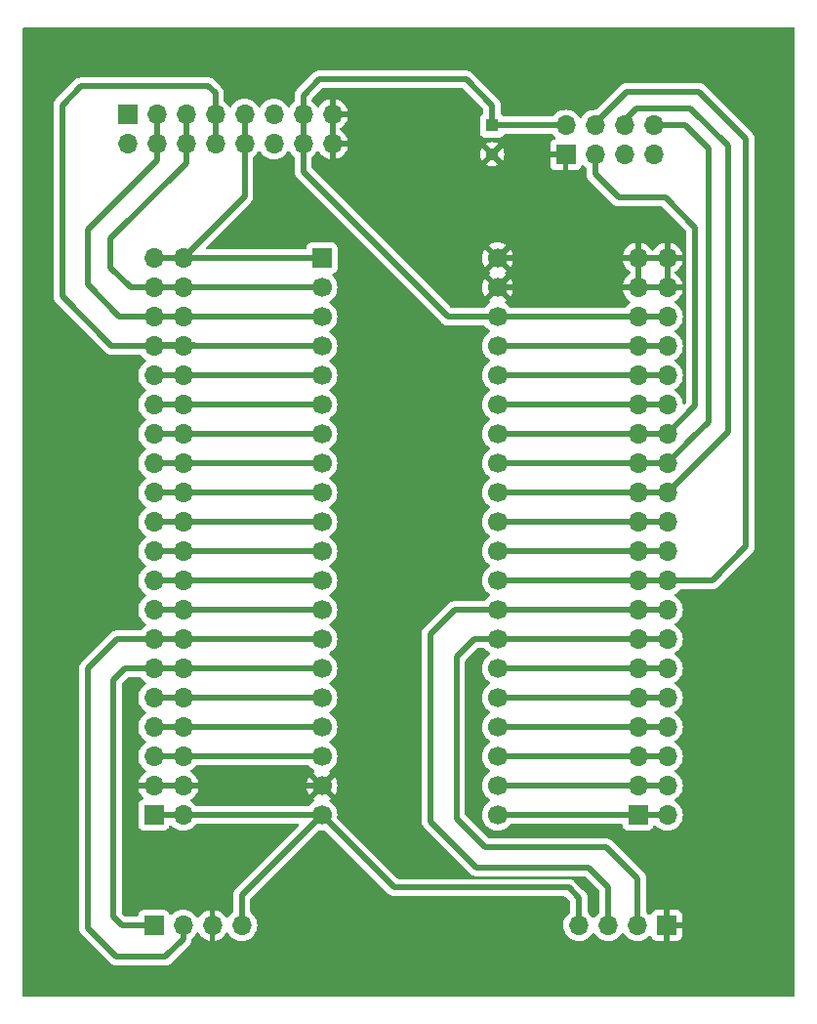
<source format=gbr>
%TF.GenerationSoftware,KiCad,Pcbnew,8.0.6*%
%TF.CreationDate,2024-11-07T15:38:19-03:00*%
%TF.ProjectId,Blue Pill extension board v2 (sin PTH),426c7565-2050-4696-9c6c-20657874656e,rev?*%
%TF.SameCoordinates,Original*%
%TF.FileFunction,Copper,L2,Bot*%
%TF.FilePolarity,Positive*%
%FSLAX46Y46*%
G04 Gerber Fmt 4.6, Leading zero omitted, Abs format (unit mm)*
G04 Created by KiCad (PCBNEW 8.0.6) date 2024-11-07 15:38:19*
%MOMM*%
%LPD*%
G01*
G04 APERTURE LIST*
%TA.AperFunction,ComponentPad*%
%ADD10R,1.700000X1.700000*%
%TD*%
%TA.AperFunction,ComponentPad*%
%ADD11O,1.700000X1.700000*%
%TD*%
%TA.AperFunction,ComponentPad*%
%ADD12C,1.700000*%
%TD*%
%TA.AperFunction,ComponentPad*%
%ADD13C,1.100000*%
%TD*%
%TA.AperFunction,ComponentPad*%
%ADD14R,1.100000X1.100000*%
%TD*%
%TA.AperFunction,ViaPad*%
%ADD15C,1.200000*%
%TD*%
%TA.AperFunction,Conductor*%
%ADD16C,0.500000*%
%TD*%
G04 APERTURE END LIST*
D10*
%TO.P,J2,1,Pin_1*%
%TO.N,3V3_L*%
X124675000Y-114730000D03*
D11*
%TO.P,J2,2,Pin_2*%
X127215000Y-114730000D03*
%TO.P,J2,3,Pin_3*%
%TO.N,GND*%
X124675000Y-112190000D03*
%TO.P,J2,4,Pin_4*%
X127215000Y-112190000D03*
%TO.P,J2,5,Pin_5*%
%TO.N,5V*%
X124675000Y-109650000D03*
%TO.P,J2,6,Pin_6*%
X127215000Y-109650000D03*
%TO.P,J2,7,Pin_7*%
%TO.N,PB9*%
X124675000Y-107110000D03*
%TO.P,J2,8,Pin_8*%
X127215000Y-107110000D03*
%TO.P,J2,9,Pin_9*%
%TO.N,PB8*%
X124675000Y-104570000D03*
%TO.P,J2,10,Pin_10*%
X127215000Y-104570000D03*
%TO.P,J2,11,Pin_11*%
%TO.N,SDA1*%
X124675000Y-102030000D03*
%TO.P,J2,12,Pin_12*%
X127215000Y-102030000D03*
%TO.P,J2,13,Pin_13*%
%TO.N,SCL1*%
X124675000Y-99490000D03*
%TO.P,J2,14,Pin_14*%
X127215000Y-99490000D03*
%TO.P,J2,15,Pin_15*%
%TO.N,PB5*%
X124675000Y-96950000D03*
%TO.P,J2,16,Pin_16*%
X127215000Y-96950000D03*
%TO.P,J2,17,Pin_17*%
%TO.N,PB4*%
X124675000Y-94410000D03*
%TO.P,J2,18,Pin_18*%
X127215000Y-94410000D03*
%TO.P,J2,19,Pin_19*%
%TO.N,PB3*%
X124675000Y-91870000D03*
%TO.P,J2,20,Pin_20*%
X127215000Y-91870000D03*
%TO.P,J2,21,Pin_21*%
%TO.N,PA15*%
X124675000Y-89330000D03*
%TO.P,J2,22,Pin_22*%
X127215000Y-89330000D03*
%TO.P,J2,23,Pin_23*%
%TO.N,PA12*%
X124675000Y-86790000D03*
%TO.P,J2,24,Pin_24*%
X127215000Y-86790000D03*
%TO.P,J2,25,Pin_25*%
%TO.N,PA11*%
X124675000Y-84250000D03*
%TO.P,J2,26,Pin_26*%
X127215000Y-84250000D03*
%TO.P,J2,27,Pin_27*%
%TO.N,RX1*%
X124675000Y-81710000D03*
%TO.P,J2,28,Pin_28*%
X127215000Y-81710000D03*
%TO.P,J2,29,Pin_29*%
%TO.N,TX1*%
X124675000Y-79170000D03*
%TO.P,J2,30,Pin_30*%
X127215000Y-79170000D03*
%TO.P,J2,31,Pin_31*%
%TO.N,PA8*%
X124675000Y-76630000D03*
%TO.P,J2,32,Pin_32*%
X127215000Y-76630000D03*
%TO.P,J2,33,Pin_33*%
%TO.N,MOSI2*%
X124675000Y-74090000D03*
%TO.P,J2,34,Pin_34*%
X127215000Y-74090000D03*
%TO.P,J2,35,Pin_35*%
%TO.N,MISO2*%
X124675000Y-71550000D03*
%TO.P,J2,36,Pin_36*%
X127215000Y-71550000D03*
%TO.P,J2,37,Pin_37*%
%TO.N,SCK2*%
X124675000Y-69010000D03*
%TO.P,J2,38,Pin_38*%
X127215000Y-69010000D03*
%TO.P,J2,39,Pin_39*%
%TO.N,NSS2*%
X124675000Y-66470000D03*
%TO.P,J2,40,Pin_40*%
X127215000Y-66470000D03*
%TD*%
D10*
%TO.P,U1,1,PB12*%
%TO.N,NSS2*%
X139250000Y-66470000D03*
D12*
%TO.P,U1,2,PB13*%
%TO.N,SCK2*%
X139250000Y-69010000D03*
%TO.P,U1,3,PB14*%
%TO.N,MISO2*%
X139250000Y-71550000D03*
%TO.P,U1,4,PB15*%
%TO.N,MOSI2*%
X139250000Y-74090000D03*
%TO.P,U1,5,PA8*%
%TO.N,PA8*%
X139250000Y-76630000D03*
%TO.P,U1,6,PA9*%
%TO.N,TX1*%
X139250000Y-79170000D03*
%TO.P,U1,7,PA10*%
%TO.N,RX1*%
X139250000Y-81710000D03*
%TO.P,U1,8,PA11*%
%TO.N,PA11*%
X139250000Y-84250000D03*
%TO.P,U1,9,PA12*%
%TO.N,PA12*%
X139250000Y-86790000D03*
%TO.P,U1,10,PA15*%
%TO.N,PA15*%
X139250000Y-89330000D03*
%TO.P,U1,11,PB3*%
%TO.N,PB3*%
X139250000Y-91870000D03*
%TO.P,U1,12,PB4*%
%TO.N,PB4*%
X139250000Y-94410000D03*
%TO.P,U1,13,PB5*%
%TO.N,PB5*%
X139250000Y-96950000D03*
%TO.P,U1,14,PB6*%
%TO.N,SCL1*%
X139250000Y-99490000D03*
%TO.P,U1,15,PB7*%
%TO.N,SDA1*%
X139250000Y-102030000D03*
%TO.P,U1,16,PB8*%
%TO.N,PB8*%
X139250000Y-104570000D03*
%TO.P,U1,17,PB9*%
%TO.N,PB9*%
X139250000Y-107110000D03*
%TO.P,U1,18,5V*%
%TO.N,5V*%
X139250000Y-109650000D03*
%TO.P,U1,19,GND*%
%TO.N,GND*%
X139250000Y-112190000D03*
%TO.P,U1,20,3V3*%
%TO.N,3V3_L*%
X139250000Y-114730000D03*
%TO.P,U1,21,VBat*%
%TO.N,VBAT*%
X154490000Y-114730000D03*
%TO.P,U1,22,PC13*%
%TO.N,PC13*%
X154490000Y-112190000D03*
%TO.P,U1,23,PC14*%
%TO.N,PC14*%
X154490000Y-109650000D03*
%TO.P,U1,24,PC15*%
%TO.N,PC15*%
X154490000Y-107110000D03*
%TO.P,U1,25,PA0*%
%TO.N,PA0*%
X154490000Y-104570000D03*
%TO.P,U1,26,PA1*%
%TO.N,PA1*%
X154490000Y-102030000D03*
%TO.P,U1,27,PA2*%
%TO.N,TX2*%
X154490000Y-99490000D03*
%TO.P,U1,28,PA3*%
%TO.N,RX2*%
X154490000Y-96950000D03*
%TO.P,U1,29,PA4*%
%TO.N,NSS1*%
X154490000Y-94410000D03*
%TO.P,U1,30,PA5*%
%TO.N,SCK1*%
X154490000Y-91870000D03*
%TO.P,U1,31,PA6*%
%TO.N,MISO1*%
X154490000Y-89330000D03*
%TO.P,U1,32,PA7*%
%TO.N,MOSI1*%
X154490000Y-86790000D03*
%TO.P,U1,33,PB0*%
%TO.N,PB0*%
X154490000Y-84250000D03*
%TO.P,U1,34,PB1*%
%TO.N,PB1*%
X154490000Y-81710000D03*
%TO.P,U1,35,PB10*%
%TO.N,SCL2*%
X154490000Y-79170000D03*
%TO.P,U1,36,PB11*%
%TO.N,SDA2*%
X154490000Y-76630000D03*
%TO.P,U1,37,RST*%
%TO.N,RST*%
X154490000Y-74090000D03*
%TO.P,U1,38,3V3*%
%TO.N,3V3_R*%
X154490000Y-71550000D03*
%TO.P,U1,39,GND*%
%TO.N,GND*%
X154490000Y-69010000D03*
%TO.P,U1,40,GND*%
X154490000Y-66470000D03*
%TD*%
D10*
%TO.P,J4,1,Pin_1*%
%TO.N,VBAT*%
X166675000Y-114730000D03*
D11*
%TO.P,J4,2,Pin_2*%
X169215000Y-114730000D03*
%TO.P,J4,3,Pin_3*%
%TO.N,PC13*%
X166675000Y-112190000D03*
%TO.P,J4,4,Pin_4*%
X169215000Y-112190000D03*
%TO.P,J4,5,Pin_5*%
%TO.N,PC14*%
X166675000Y-109650000D03*
%TO.P,J4,6,Pin_6*%
X169215000Y-109650000D03*
%TO.P,J4,7,Pin_7*%
%TO.N,PC15*%
X166675000Y-107110000D03*
%TO.P,J4,8,Pin_8*%
X169215000Y-107110000D03*
%TO.P,J4,9,Pin_9*%
%TO.N,PA0*%
X166675000Y-104570000D03*
%TO.P,J4,10,Pin_10*%
X169215000Y-104570000D03*
%TO.P,J4,11,Pin_11*%
%TO.N,PA1*%
X166675000Y-102030000D03*
%TO.P,J4,12,Pin_12*%
X169215000Y-102030000D03*
%TO.P,J4,13,Pin_13*%
%TO.N,TX2*%
X166675000Y-99490000D03*
%TO.P,J4,14,Pin_14*%
X169215000Y-99490000D03*
%TO.P,J4,15,Pin_15*%
%TO.N,RX2*%
X166675000Y-96950000D03*
%TO.P,J4,16,Pin_16*%
X169215000Y-96950000D03*
%TO.P,J4,17,Pin_17*%
%TO.N,NSS1*%
X166675000Y-94410000D03*
%TO.P,J4,18,Pin_18*%
X169215000Y-94410000D03*
%TO.P,J4,19,Pin_19*%
%TO.N,SCK1*%
X166675000Y-91870000D03*
%TO.P,J4,20,Pin_20*%
X169215000Y-91870000D03*
%TO.P,J4,21,Pin_21*%
%TO.N,MISO1*%
X166675000Y-89330000D03*
%TO.P,J4,22,Pin_22*%
X169215000Y-89330000D03*
%TO.P,J4,23,Pin_23*%
%TO.N,MOSI1*%
X166675000Y-86790000D03*
%TO.P,J4,24,Pin_24*%
X169215000Y-86790000D03*
%TO.P,J4,25,Pin_25*%
%TO.N,PB0*%
X166675000Y-84250000D03*
%TO.P,J4,26,Pin_26*%
X169215000Y-84250000D03*
%TO.P,J4,27,Pin_27*%
%TO.N,PB1*%
X166675000Y-81710000D03*
%TO.P,J4,28,Pin_28*%
X169215000Y-81710000D03*
%TO.P,J4,29,Pin_29*%
%TO.N,SCL2*%
X166675000Y-79170000D03*
%TO.P,J4,30,Pin_30*%
X169215000Y-79170000D03*
%TO.P,J4,31,Pin_31*%
%TO.N,SDA2*%
X166675000Y-76630000D03*
%TO.P,J4,32,Pin_32*%
X169215000Y-76630000D03*
%TO.P,J4,33,Pin_33*%
%TO.N,RST*%
X166675000Y-74090000D03*
%TO.P,J4,34,Pin_34*%
X169215000Y-74090000D03*
%TO.P,J4,35,Pin_35*%
%TO.N,3V3_R*%
X166675000Y-71550000D03*
%TO.P,J4,36,Pin_36*%
X169215000Y-71550000D03*
%TO.P,J4,37,Pin_37*%
%TO.N,GND*%
X166675000Y-69010000D03*
%TO.P,J4,38,Pin_38*%
X169215000Y-69010000D03*
%TO.P,J4,39,Pin_39*%
X166675000Y-66470000D03*
%TO.P,J4,40,Pin_40*%
X169215000Y-66470000D03*
%TD*%
D10*
%TO.P,J3,1,Pin_1*%
%TO.N,unconnected-(J3-Pin_1-Pad1)*%
X122395000Y-54030000D03*
D11*
%TO.P,J3,2,Pin_2*%
%TO.N,unconnected-(J3-Pin_2-Pad2)*%
X122395000Y-56570000D03*
%TO.P,J3,3,Pin_3*%
%TO.N,MISO2*%
X124935000Y-54030000D03*
%TO.P,J3,4,Pin_4*%
X124935000Y-56570000D03*
%TO.P,J3,5,Pin_5*%
%TO.N,SCK2*%
X127475000Y-54030000D03*
%TO.P,J3,6,Pin_6*%
X127475000Y-56570000D03*
%TO.P,J3,7,Pin_7*%
%TO.N,MOSI2*%
X130015000Y-54030000D03*
%TO.P,J3,8,Pin_8*%
X130015000Y-56570000D03*
%TO.P,J3,9,Pin_9*%
%TO.N,NSS2*%
X132555000Y-54030000D03*
%TO.P,J3,10,Pin_10*%
X132555000Y-56570000D03*
%TO.P,J3,11,Pin_11*%
%TO.N,unconnected-(J3-Pin_11-Pad11)*%
X135095000Y-54030000D03*
%TO.P,J3,12,Pin_12*%
%TO.N,unconnected-(J3-Pin_12-Pad12)*%
X135095000Y-56570000D03*
%TO.P,J3,13,Pin_13*%
%TO.N,3V3_R*%
X137635000Y-54030000D03*
%TO.P,J3,14,Pin_14*%
X137635000Y-56570000D03*
%TO.P,J3,15,Pin_15*%
%TO.N,GND*%
X140175000Y-54030000D03*
%TO.P,J3,16,Pin_16*%
X140175000Y-56570000D03*
%TD*%
D13*
%TO.P,C1,N*%
%TO.N,GND*%
X154025000Y-57480000D03*
D14*
%TO.P,C1,P*%
%TO.N,3V3_R*%
X154025000Y-54980000D03*
%TD*%
D10*
%TO.P,J5,1,Pin_1*%
%TO.N,GND*%
X169175000Y-124280000D03*
D11*
%TO.P,J5,2,Pin_2*%
%TO.N,TX2*%
X166635000Y-124280000D03*
%TO.P,J5,3,Pin_3*%
%TO.N,RX2*%
X164095000Y-124280000D03*
%TO.P,J5,4,Pin_4*%
%TO.N,3V3_L*%
X161555000Y-124280000D03*
%TD*%
D10*
%TO.P,J1,1,Pin_1*%
%TO.N,GND*%
X160405000Y-57520000D03*
D11*
%TO.P,J1,2,Pin_2*%
%TO.N,3V3_R*%
X160405000Y-54980000D03*
%TO.P,J1,3,Pin_3*%
%TO.N,PB1*%
X162945000Y-57520000D03*
%TO.P,J1,4,Pin_4*%
%TO.N,NSS1*%
X162945000Y-54980000D03*
%TO.P,J1,5,Pin_5*%
%TO.N,SCK1*%
X165485000Y-57520000D03*
%TO.P,J1,6,Pin_6*%
%TO.N,MOSI1*%
X165485000Y-54980000D03*
%TO.P,J1,7,Pin_7*%
%TO.N,MISO1*%
X168025000Y-57520000D03*
%TO.P,J1,8,Pin_8*%
%TO.N,PB0*%
X168025000Y-54980000D03*
%TD*%
D10*
%TO.P,J6,1,Pin_1*%
%TO.N,SDA1*%
X124675000Y-124280000D03*
D11*
%TO.P,J6,2,Pin_2*%
%TO.N,SCL1*%
X127215000Y-124280000D03*
%TO.P,J6,3,Pin_3*%
%TO.N,GND*%
X129755000Y-124280000D03*
%TO.P,J6,4,Pin_4*%
%TO.N,3V3_L*%
X132295000Y-124280000D03*
%TD*%
D15*
%TO.N,GND*%
X145450000Y-90900000D03*
X146950000Y-56925000D03*
X139850000Y-121450000D03*
%TD*%
D16*
%TO.N,MOSI1*%
X174475000Y-81530000D02*
X169215000Y-86790000D01*
X171200000Y-53475000D02*
X174475000Y-56750000D01*
X169215000Y-86790000D02*
X154490000Y-86790000D01*
X165485000Y-54980000D02*
X165485000Y-54515000D01*
X166525000Y-53475000D02*
X171200000Y-53475000D01*
X174475000Y-56750000D02*
X174475000Y-81530000D01*
X165485000Y-54515000D02*
X166525000Y-53475000D01*
%TO.N,VBAT*%
X169215000Y-114730000D02*
X154490000Y-114730000D01*
%TO.N,NSS1*%
X162945000Y-54780000D02*
X165675000Y-52050000D01*
X166675000Y-94410000D02*
X154490000Y-94410000D01*
X165675000Y-52050000D02*
X171950000Y-52050000D01*
X171950000Y-52050000D02*
X176050000Y-56150000D01*
X176050000Y-91475000D02*
X173115000Y-94410000D01*
X173115000Y-94410000D02*
X169215000Y-94410000D01*
X162945000Y-54980000D02*
X162945000Y-54780000D01*
X169215000Y-94410000D02*
X166675000Y-94410000D01*
X176050000Y-56150000D02*
X176050000Y-91475000D01*
%TO.N,SCK1*%
X169215000Y-91870000D02*
X154490000Y-91870000D01*
%TO.N,SDA2*%
X154490000Y-76630000D02*
X169215000Y-76630000D01*
X154475000Y-76615000D02*
X154490000Y-76630000D01*
%TO.N,PA1*%
X169215000Y-102030000D02*
X154490000Y-102030000D01*
%TO.N,PB1*%
X166675000Y-81710000D02*
X154490000Y-81710000D01*
X162945000Y-59195000D02*
X162945000Y-57520000D01*
X169215000Y-81710000D02*
X166675000Y-81710000D01*
X169100000Y-61250000D02*
X165000000Y-61250000D01*
X171650000Y-79275000D02*
X171650000Y-63800000D01*
X165000000Y-61250000D02*
X162945000Y-59195000D01*
X169215000Y-81710000D02*
X171650000Y-79275000D01*
X171650000Y-63800000D02*
X169100000Y-61250000D01*
%TO.N,PC13*%
X169215000Y-112190000D02*
X154490000Y-112190000D01*
%TO.N,PC15*%
X169215000Y-107110000D02*
X154490000Y-107110000D01*
%TO.N,SCL2*%
X166675000Y-79170000D02*
X154490000Y-79170000D01*
X169215000Y-79170000D02*
X166675000Y-79170000D01*
X169200000Y-79185000D02*
X169215000Y-79170000D01*
%TO.N,PC14*%
X169215000Y-109650000D02*
X154490000Y-109650000D01*
%TO.N,RST*%
X154490000Y-74090000D02*
X169215000Y-74090000D01*
%TO.N,PA0*%
X169215000Y-104570000D02*
X154490000Y-104570000D01*
%TO.N,PB0*%
X154490000Y-84250000D02*
X166675000Y-84250000D01*
X169215000Y-84250000D02*
X171395000Y-82070000D01*
X171395000Y-82070000D02*
X172800000Y-80665000D01*
X170775000Y-54980000D02*
X168025000Y-54980000D01*
X172800000Y-80665000D02*
X172800000Y-57005000D01*
X166675000Y-84250000D02*
X169215000Y-84250000D01*
X172800000Y-57005000D02*
X170775000Y-54980000D01*
%TO.N,PA8*%
X124675000Y-76630000D02*
X139250000Y-76630000D01*
%TO.N,PB4*%
X124675000Y-94410000D02*
X139250000Y-94410000D01*
%TO.N,PB3*%
X124675000Y-91870000D02*
X139250000Y-91870000D01*
%TO.N,PB5*%
X124675000Y-96950000D02*
X139250000Y-96950000D01*
%TO.N,PA11*%
X124675000Y-84250000D02*
X139250000Y-84250000D01*
%TO.N,MISO1*%
X166675000Y-89330000D02*
X154490000Y-89330000D01*
X165865000Y-89325000D02*
X165870000Y-89330000D01*
X165870000Y-89330000D02*
X169215000Y-89330000D01*
X169215000Y-89330000D02*
X166675000Y-89330000D01*
%TO.N,PA15*%
X124675000Y-89330000D02*
X139250000Y-89330000D01*
%TO.N,PA12*%
X124675000Y-86790000D02*
X139250000Y-86790000D01*
%TO.N,SDA1*%
X121925000Y-124280000D02*
X121175000Y-123530000D01*
X124680000Y-102035000D02*
X124675000Y-102030000D01*
X124675000Y-102030000D02*
X126595000Y-102030000D01*
X122175000Y-102030000D02*
X124675000Y-102030000D01*
X121175000Y-123530000D02*
X121175000Y-103030000D01*
X124675000Y-124280000D02*
X121925000Y-124280000D01*
X121175000Y-103030000D02*
X122175000Y-102030000D01*
X127215000Y-102030000D02*
X139250000Y-102030000D01*
%TO.N,SCL1*%
X139250000Y-99490000D02*
X127215000Y-99490000D01*
X124675000Y-99490000D02*
X121465000Y-99490000D01*
X121425000Y-127030000D02*
X125675000Y-127030000D01*
X118925000Y-102030000D02*
X118925000Y-124530000D01*
X121465000Y-99490000D02*
X118925000Y-102030000D01*
X127215000Y-99490000D02*
X124675000Y-99490000D01*
X124690000Y-99505000D02*
X124675000Y-99490000D01*
X127215000Y-125490000D02*
X127215000Y-124280000D01*
X125675000Y-127030000D02*
X127215000Y-125490000D01*
X118925000Y-124530000D02*
X121425000Y-127030000D01*
%TO.N,5V*%
X124675000Y-109650000D02*
X139250000Y-109650000D01*
%TO.N,NSS2*%
X132555000Y-61130000D02*
X127215000Y-66470000D01*
X132555000Y-56570000D02*
X132555000Y-61130000D01*
X132555000Y-54030000D02*
X132555000Y-56570000D01*
X124675000Y-66470000D02*
X127405000Y-66470000D01*
X124675000Y-66470000D02*
X139250000Y-66470000D01*
%TO.N,SCK2*%
X127475000Y-58230000D02*
X120925000Y-64780000D01*
X120925000Y-67280000D02*
X122655000Y-69010000D01*
X127475000Y-54030000D02*
X127475000Y-56570000D01*
X127475000Y-56570000D02*
X127475000Y-58230000D01*
X124675000Y-69010000D02*
X139250000Y-69010000D01*
X120925000Y-64780000D02*
X120925000Y-67280000D01*
X122655000Y-69010000D02*
X124675000Y-69010000D01*
%TO.N,MOSI2*%
X118375000Y-51575000D02*
X116725000Y-53225000D01*
X124675000Y-74090000D02*
X124735000Y-74030000D01*
X124675000Y-74090000D02*
X139250000Y-74090000D01*
X130015000Y-52190000D02*
X129400000Y-51575000D01*
X130015000Y-54030000D02*
X130015000Y-52190000D01*
X121015000Y-74090000D02*
X124675000Y-74090000D01*
X116725000Y-53225000D02*
X116725000Y-69800000D01*
X129400000Y-51575000D02*
X118375000Y-51575000D01*
X116725000Y-69800000D02*
X121015000Y-74090000D01*
X124735000Y-74030000D02*
X128175000Y-74030000D01*
X130015000Y-54030000D02*
X130015000Y-56570000D01*
%TO.N,PB8*%
X124675000Y-104570000D02*
X139250000Y-104570000D01*
%TO.N,PB9*%
X124675000Y-107110000D02*
X139250000Y-107110000D01*
%TO.N,GND*%
X169215000Y-66470000D02*
X166675000Y-66470000D01*
X127215000Y-112190000D02*
X139250000Y-112190000D01*
X140175000Y-54030000D02*
X140175000Y-56570000D01*
X124675000Y-112190000D02*
X124685000Y-112180000D01*
X154490000Y-69010000D02*
X169215000Y-69010000D01*
X139240000Y-112180000D02*
X139250000Y-112190000D01*
X166675000Y-66470000D02*
X154490000Y-66470000D01*
X124675000Y-112190000D02*
X127215000Y-112190000D01*
%TO.N,MISO2*%
X124935000Y-54030000D02*
X124935000Y-56570000D01*
X118925000Y-68780000D02*
X121695000Y-71550000D01*
X124935000Y-56570000D02*
X124935000Y-58020000D01*
X121695000Y-71550000D02*
X124675000Y-71550000D01*
X118925000Y-64030000D02*
X118925000Y-68780000D01*
X124675000Y-71550000D02*
X139250000Y-71550000D01*
X124935000Y-58020000D02*
X118925000Y-64030000D01*
%TO.N,RX1*%
X124675000Y-81710000D02*
X139250000Y-81710000D01*
%TO.N,TX1*%
X124675000Y-79170000D02*
X139250000Y-79170000D01*
%TO.N,RX2*%
X164095000Y-124280000D02*
X164095000Y-120950000D01*
X162425000Y-119280000D02*
X152675000Y-119280000D01*
X148675000Y-115280000D02*
X148675000Y-99030000D01*
X154490000Y-96950000D02*
X169215000Y-96950000D01*
X148675000Y-99030000D02*
X150755000Y-96950000D01*
X150755000Y-96950000D02*
X154490000Y-96950000D01*
X164095000Y-120950000D02*
X162425000Y-119280000D01*
X152675000Y-119280000D02*
X148675000Y-115280000D01*
%TO.N,TX2*%
X150925000Y-101030000D02*
X150925000Y-115030000D01*
X166635000Y-124280000D02*
X166635000Y-120240000D01*
X152465000Y-99490000D02*
X150925000Y-101030000D01*
X166635000Y-120240000D02*
X163925000Y-117530000D01*
X150925000Y-115030000D02*
X153425000Y-117530000D01*
X154490000Y-99490000D02*
X169215000Y-99490000D01*
X154490000Y-99490000D02*
X152465000Y-99490000D01*
X153425000Y-117530000D02*
X163925000Y-117530000D01*
%TO.N,3V3_R*%
X151775000Y-50980000D02*
X154025000Y-53230000D01*
X154490000Y-71550000D02*
X166675000Y-71550000D01*
X166675000Y-71550000D02*
X169215000Y-71550000D01*
X154490000Y-71550000D02*
X150195000Y-71550000D01*
X137635000Y-54030000D02*
X137635000Y-56570000D01*
X139025000Y-50980000D02*
X151775000Y-50980000D01*
X150195000Y-71550000D02*
X137635000Y-58990000D01*
X154025000Y-53230000D02*
X154025000Y-54980000D01*
X160405000Y-54980000D02*
X154025000Y-54980000D01*
X137635000Y-52370000D02*
X139025000Y-50980000D01*
X137635000Y-54030000D02*
X137635000Y-52370000D01*
X137635000Y-58990000D02*
X137635000Y-56570000D01*
%TO.N,3V3_L*%
X160675000Y-121030000D02*
X145550000Y-121030000D01*
X132295000Y-121685000D02*
X139250000Y-114730000D01*
X161555000Y-121910000D02*
X160675000Y-121030000D01*
X145550000Y-121030000D02*
X139250000Y-114730000D01*
X132295000Y-124280000D02*
X132295000Y-121685000D01*
X161555000Y-124280000D02*
X161555000Y-121910000D01*
X124675000Y-114730000D02*
X139250000Y-114730000D01*
%TD*%
%TA.AperFunction,Conductor*%
%TO.N,GND*%
G36*
X123554338Y-102800185D02*
G01*
X123588873Y-102833376D01*
X123636505Y-102901401D01*
X123803597Y-103068493D01*
X123803603Y-103068498D01*
X123989158Y-103198425D01*
X124032783Y-103253002D01*
X124039977Y-103322500D01*
X124008454Y-103384855D01*
X123989158Y-103401575D01*
X123803597Y-103531505D01*
X123636505Y-103698597D01*
X123500965Y-103892169D01*
X123500964Y-103892171D01*
X123401098Y-104106335D01*
X123401094Y-104106344D01*
X123339938Y-104334586D01*
X123339936Y-104334596D01*
X123319341Y-104569999D01*
X123319341Y-104570000D01*
X123339936Y-104805403D01*
X123339938Y-104805413D01*
X123401094Y-105033655D01*
X123401096Y-105033659D01*
X123401097Y-105033663D01*
X123500965Y-105247830D01*
X123500967Y-105247834D01*
X123636501Y-105441395D01*
X123636506Y-105441402D01*
X123803597Y-105608493D01*
X123803603Y-105608498D01*
X123989158Y-105738425D01*
X124032783Y-105793002D01*
X124039977Y-105862500D01*
X124008454Y-105924855D01*
X123989158Y-105941575D01*
X123803597Y-106071505D01*
X123636505Y-106238597D01*
X123500965Y-106432169D01*
X123500964Y-106432171D01*
X123401098Y-106646335D01*
X123401094Y-106646344D01*
X123339938Y-106874586D01*
X123339936Y-106874596D01*
X123319341Y-107109999D01*
X123319341Y-107110000D01*
X123339936Y-107345403D01*
X123339938Y-107345413D01*
X123401094Y-107573655D01*
X123401096Y-107573659D01*
X123401097Y-107573663D01*
X123500965Y-107787830D01*
X123500967Y-107787834D01*
X123636501Y-107981395D01*
X123636506Y-107981402D01*
X123803597Y-108148493D01*
X123803603Y-108148498D01*
X123989158Y-108278425D01*
X124032783Y-108333002D01*
X124039977Y-108402500D01*
X124008454Y-108464855D01*
X123989158Y-108481575D01*
X123803597Y-108611505D01*
X123636505Y-108778597D01*
X123500965Y-108972169D01*
X123500964Y-108972171D01*
X123401098Y-109186335D01*
X123401094Y-109186344D01*
X123339938Y-109414586D01*
X123339936Y-109414596D01*
X123319341Y-109649999D01*
X123319341Y-109650000D01*
X123339936Y-109885403D01*
X123339938Y-109885413D01*
X123401094Y-110113655D01*
X123401096Y-110113659D01*
X123401097Y-110113663D01*
X123500965Y-110327830D01*
X123500967Y-110327834D01*
X123636501Y-110521395D01*
X123636506Y-110521402D01*
X123803597Y-110688493D01*
X123803603Y-110688498D01*
X123989594Y-110818730D01*
X124033219Y-110873307D01*
X124040413Y-110942805D01*
X124008890Y-111005160D01*
X123989595Y-111021880D01*
X123803922Y-111151890D01*
X123803920Y-111151891D01*
X123636891Y-111318920D01*
X123636886Y-111318926D01*
X123501400Y-111512420D01*
X123501399Y-111512422D01*
X123401570Y-111726507D01*
X123401567Y-111726513D01*
X123344364Y-111939999D01*
X123344364Y-111940000D01*
X124241988Y-111940000D01*
X124209075Y-111997007D01*
X124175000Y-112124174D01*
X124175000Y-112255826D01*
X124209075Y-112382993D01*
X124241988Y-112440000D01*
X123344364Y-112440000D01*
X123401567Y-112653486D01*
X123401570Y-112653492D01*
X123501399Y-112867578D01*
X123636894Y-113061082D01*
X123758946Y-113183134D01*
X123792431Y-113244457D01*
X123787447Y-113314149D01*
X123745575Y-113370082D01*
X123714598Y-113386997D01*
X123582671Y-113436202D01*
X123582664Y-113436206D01*
X123467455Y-113522452D01*
X123467452Y-113522455D01*
X123381206Y-113637664D01*
X123381202Y-113637671D01*
X123330908Y-113772517D01*
X123324501Y-113832116D01*
X123324500Y-113832135D01*
X123324500Y-115627870D01*
X123324501Y-115627876D01*
X123330908Y-115687483D01*
X123381202Y-115822328D01*
X123381206Y-115822335D01*
X123467452Y-115937544D01*
X123467455Y-115937547D01*
X123582664Y-116023793D01*
X123582671Y-116023797D01*
X123717517Y-116074091D01*
X123717516Y-116074091D01*
X123724444Y-116074835D01*
X123777127Y-116080500D01*
X125572872Y-116080499D01*
X125632483Y-116074091D01*
X125767331Y-116023796D01*
X125882546Y-115937546D01*
X125968796Y-115822331D01*
X126017810Y-115690916D01*
X126059681Y-115634984D01*
X126125145Y-115610566D01*
X126193418Y-115625417D01*
X126221673Y-115646569D01*
X126343599Y-115768495D01*
X126440384Y-115836265D01*
X126537165Y-115904032D01*
X126537167Y-115904033D01*
X126537170Y-115904035D01*
X126751337Y-116003903D01*
X126979592Y-116065063D01*
X127167918Y-116081539D01*
X127214999Y-116085659D01*
X127215000Y-116085659D01*
X127215001Y-116085659D01*
X127254234Y-116082226D01*
X127450408Y-116065063D01*
X127678663Y-116003903D01*
X127892830Y-115904035D01*
X128086401Y-115768495D01*
X128253495Y-115601401D01*
X128301127Y-115533376D01*
X128355704Y-115489751D01*
X128402701Y-115480500D01*
X137138771Y-115480500D01*
X137205810Y-115500185D01*
X137251565Y-115552989D01*
X137261509Y-115622147D01*
X137232484Y-115685703D01*
X137226452Y-115692181D01*
X131712050Y-121206580D01*
X131712044Y-121206588D01*
X131662812Y-121280268D01*
X131662813Y-121280269D01*
X131629921Y-121329496D01*
X131629914Y-121329508D01*
X131573343Y-121466085D01*
X131573340Y-121466092D01*
X131544500Y-121611079D01*
X131544500Y-123092298D01*
X131524815Y-123159337D01*
X131491625Y-123193872D01*
X131423595Y-123241507D01*
X131256508Y-123408594D01*
X131126269Y-123594595D01*
X131071692Y-123638219D01*
X131002193Y-123645412D01*
X130939839Y-123613890D01*
X130923119Y-123594594D01*
X130793113Y-123408926D01*
X130793108Y-123408920D01*
X130626082Y-123241894D01*
X130432578Y-123106399D01*
X130218492Y-123006570D01*
X130218486Y-123006567D01*
X130005000Y-122949364D01*
X130005000Y-123846988D01*
X129947993Y-123814075D01*
X129820826Y-123780000D01*
X129689174Y-123780000D01*
X129562007Y-123814075D01*
X129505000Y-123846988D01*
X129505000Y-122949364D01*
X129504999Y-122949364D01*
X129291513Y-123006567D01*
X129291507Y-123006570D01*
X129077422Y-123106399D01*
X129077420Y-123106400D01*
X128883926Y-123241886D01*
X128883920Y-123241891D01*
X128716891Y-123408920D01*
X128716890Y-123408922D01*
X128586880Y-123594595D01*
X128532303Y-123638219D01*
X128462804Y-123645412D01*
X128400450Y-123613890D01*
X128383730Y-123594594D01*
X128253494Y-123408597D01*
X128086402Y-123241506D01*
X128086395Y-123241501D01*
X127892834Y-123105967D01*
X127892830Y-123105965D01*
X127821727Y-123072809D01*
X127678663Y-123006097D01*
X127678659Y-123006096D01*
X127678655Y-123006094D01*
X127450413Y-122944938D01*
X127450403Y-122944936D01*
X127215001Y-122924341D01*
X127214999Y-122924341D01*
X126979596Y-122944936D01*
X126979586Y-122944938D01*
X126751344Y-123006094D01*
X126751335Y-123006098D01*
X126537171Y-123105964D01*
X126537169Y-123105965D01*
X126343600Y-123241503D01*
X126221673Y-123363430D01*
X126160350Y-123396914D01*
X126090658Y-123391930D01*
X126034725Y-123350058D01*
X126017810Y-123319081D01*
X125968797Y-123187671D01*
X125968793Y-123187664D01*
X125882547Y-123072455D01*
X125882544Y-123072452D01*
X125767335Y-122986206D01*
X125767328Y-122986202D01*
X125632482Y-122935908D01*
X125632483Y-122935908D01*
X125572883Y-122929501D01*
X125572881Y-122929500D01*
X125572873Y-122929500D01*
X125572864Y-122929500D01*
X123777129Y-122929500D01*
X123777123Y-122929501D01*
X123717516Y-122935908D01*
X123582671Y-122986202D01*
X123582664Y-122986206D01*
X123467455Y-123072452D01*
X123467452Y-123072455D01*
X123381206Y-123187664D01*
X123381202Y-123187671D01*
X123330908Y-123322517D01*
X123324501Y-123382116D01*
X123324500Y-123382135D01*
X123324500Y-123405500D01*
X123304815Y-123472539D01*
X123252011Y-123518294D01*
X123200500Y-123529500D01*
X122287229Y-123529500D01*
X122220190Y-123509815D01*
X122199548Y-123493181D01*
X121961819Y-123255451D01*
X121928334Y-123194128D01*
X121925500Y-123167770D01*
X121925500Y-103392229D01*
X121945185Y-103325190D01*
X121961819Y-103304548D01*
X122449548Y-102816819D01*
X122510871Y-102783334D01*
X122537229Y-102780500D01*
X123487299Y-102780500D01*
X123554338Y-102800185D01*
G37*
%TD.AperFunction*%
%TA.AperFunction,Conductor*%
G36*
X136449855Y-57236546D02*
G01*
X136466575Y-57255842D01*
X136596501Y-57441396D01*
X136596506Y-57441402D01*
X136763595Y-57608492D01*
X136763598Y-57608494D01*
X136763599Y-57608495D01*
X136831623Y-57656125D01*
X136875248Y-57710701D01*
X136884500Y-57757700D01*
X136884500Y-59063918D01*
X136884500Y-59063920D01*
X136884499Y-59063920D01*
X136913340Y-59208907D01*
X136913343Y-59208917D01*
X136969914Y-59345492D01*
X137002812Y-59394727D01*
X137002813Y-59394730D01*
X137052046Y-59468414D01*
X137052052Y-59468421D01*
X149716580Y-72132948D01*
X149716584Y-72132951D01*
X149839498Y-72215080D01*
X149839511Y-72215087D01*
X149976082Y-72271656D01*
X149976087Y-72271658D01*
X149976091Y-72271658D01*
X149976092Y-72271659D01*
X150121079Y-72300500D01*
X150121082Y-72300500D01*
X150268917Y-72300500D01*
X153302299Y-72300500D01*
X153369338Y-72320185D01*
X153403873Y-72353376D01*
X153451505Y-72421401D01*
X153618597Y-72588493D01*
X153618603Y-72588498D01*
X153804158Y-72718425D01*
X153847783Y-72773002D01*
X153854977Y-72842500D01*
X153823454Y-72904855D01*
X153804158Y-72921575D01*
X153618597Y-73051505D01*
X153451505Y-73218597D01*
X153315965Y-73412169D01*
X153315964Y-73412171D01*
X153216098Y-73626335D01*
X153216094Y-73626344D01*
X153154938Y-73854586D01*
X153154936Y-73854596D01*
X153134341Y-74089999D01*
X153134341Y-74090000D01*
X153154936Y-74325403D01*
X153154938Y-74325413D01*
X153216094Y-74553655D01*
X153216096Y-74553659D01*
X153216097Y-74553663D01*
X153271721Y-74672948D01*
X153315965Y-74767830D01*
X153315967Y-74767834D01*
X153451501Y-74961395D01*
X153451506Y-74961402D01*
X153618597Y-75128493D01*
X153618603Y-75128498D01*
X153804158Y-75258425D01*
X153847783Y-75313002D01*
X153854977Y-75382500D01*
X153823454Y-75444855D01*
X153804158Y-75461575D01*
X153618597Y-75591505D01*
X153451505Y-75758597D01*
X153315965Y-75952169D01*
X153315964Y-75952171D01*
X153216098Y-76166335D01*
X153216094Y-76166344D01*
X153154938Y-76394586D01*
X153154936Y-76394596D01*
X153134341Y-76629999D01*
X153134341Y-76630000D01*
X153154936Y-76865403D01*
X153154938Y-76865413D01*
X153216094Y-77093655D01*
X153216096Y-77093659D01*
X153216097Y-77093663D01*
X153315965Y-77307830D01*
X153315967Y-77307834D01*
X153451501Y-77501395D01*
X153451506Y-77501402D01*
X153618597Y-77668493D01*
X153618603Y-77668498D01*
X153804158Y-77798425D01*
X153847783Y-77853002D01*
X153854977Y-77922500D01*
X153823454Y-77984855D01*
X153804158Y-78001575D01*
X153618597Y-78131505D01*
X153451505Y-78298597D01*
X153315965Y-78492169D01*
X153315964Y-78492171D01*
X153216098Y-78706335D01*
X153216094Y-78706344D01*
X153154938Y-78934586D01*
X153154936Y-78934596D01*
X153134341Y-79169999D01*
X153134341Y-79170000D01*
X153154936Y-79405403D01*
X153154938Y-79405413D01*
X153216094Y-79633655D01*
X153216096Y-79633659D01*
X153216097Y-79633663D01*
X153315965Y-79847830D01*
X153315967Y-79847834D01*
X153451501Y-80041395D01*
X153451506Y-80041402D01*
X153618597Y-80208493D01*
X153618603Y-80208498D01*
X153804158Y-80338425D01*
X153847783Y-80393002D01*
X153854977Y-80462500D01*
X153823454Y-80524855D01*
X153804158Y-80541575D01*
X153618597Y-80671505D01*
X153451505Y-80838597D01*
X153315965Y-81032169D01*
X153315964Y-81032171D01*
X153216098Y-81246335D01*
X153216094Y-81246344D01*
X153154938Y-81474586D01*
X153154936Y-81474596D01*
X153134341Y-81709999D01*
X153134341Y-81710000D01*
X153154936Y-81945403D01*
X153154938Y-81945413D01*
X153216094Y-82173655D01*
X153216096Y-82173659D01*
X153216097Y-82173663D01*
X153315965Y-82387830D01*
X153315967Y-82387834D01*
X153451501Y-82581395D01*
X153451506Y-82581402D01*
X153618597Y-82748493D01*
X153618603Y-82748498D01*
X153804158Y-82878425D01*
X153847783Y-82933002D01*
X153854977Y-83002500D01*
X153823454Y-83064855D01*
X153804158Y-83081575D01*
X153618597Y-83211505D01*
X153451505Y-83378597D01*
X153315965Y-83572169D01*
X153315964Y-83572171D01*
X153216098Y-83786335D01*
X153216094Y-83786344D01*
X153154938Y-84014586D01*
X153154936Y-84014596D01*
X153134341Y-84249999D01*
X153134341Y-84250000D01*
X153154936Y-84485403D01*
X153154938Y-84485413D01*
X153216094Y-84713655D01*
X153216096Y-84713659D01*
X153216097Y-84713663D01*
X153315965Y-84927830D01*
X153315967Y-84927834D01*
X153451501Y-85121395D01*
X153451506Y-85121402D01*
X153618597Y-85288493D01*
X153618603Y-85288498D01*
X153804158Y-85418425D01*
X153847783Y-85473002D01*
X153854977Y-85542500D01*
X153823454Y-85604855D01*
X153804158Y-85621575D01*
X153618597Y-85751505D01*
X153451505Y-85918597D01*
X153315965Y-86112169D01*
X153315964Y-86112171D01*
X153216098Y-86326335D01*
X153216094Y-86326344D01*
X153154938Y-86554586D01*
X153154936Y-86554596D01*
X153134341Y-86789999D01*
X153134341Y-86790000D01*
X153154936Y-87025403D01*
X153154938Y-87025413D01*
X153216094Y-87253655D01*
X153216096Y-87253659D01*
X153216097Y-87253663D01*
X153315965Y-87467830D01*
X153315967Y-87467834D01*
X153451501Y-87661395D01*
X153451506Y-87661402D01*
X153618597Y-87828493D01*
X153618603Y-87828498D01*
X153804158Y-87958425D01*
X153847783Y-88013002D01*
X153854977Y-88082500D01*
X153823454Y-88144855D01*
X153804158Y-88161575D01*
X153618597Y-88291505D01*
X153451505Y-88458597D01*
X153315965Y-88652169D01*
X153315964Y-88652171D01*
X153216098Y-88866335D01*
X153216094Y-88866344D01*
X153154938Y-89094586D01*
X153154936Y-89094596D01*
X153134341Y-89329999D01*
X153134341Y-89330000D01*
X153154936Y-89565403D01*
X153154938Y-89565413D01*
X153216094Y-89793655D01*
X153216096Y-89793659D01*
X153216097Y-89793663D01*
X153315965Y-90007830D01*
X153315967Y-90007834D01*
X153451501Y-90201395D01*
X153451506Y-90201402D01*
X153618597Y-90368493D01*
X153618603Y-90368498D01*
X153804158Y-90498425D01*
X153847783Y-90553002D01*
X153854977Y-90622500D01*
X153823454Y-90684855D01*
X153804158Y-90701575D01*
X153618597Y-90831505D01*
X153451505Y-90998597D01*
X153315965Y-91192169D01*
X153315964Y-91192171D01*
X153216098Y-91406335D01*
X153216094Y-91406344D01*
X153154938Y-91634586D01*
X153154936Y-91634596D01*
X153134341Y-91869999D01*
X153154936Y-92105403D01*
X153154938Y-92105413D01*
X153216094Y-92333655D01*
X153216096Y-92333659D01*
X153216097Y-92333663D01*
X153315965Y-92547830D01*
X153315967Y-92547834D01*
X153451501Y-92741395D01*
X153451506Y-92741402D01*
X153618597Y-92908493D01*
X153618603Y-92908498D01*
X153804158Y-93038425D01*
X153847783Y-93093002D01*
X153854977Y-93162500D01*
X153823454Y-93224855D01*
X153804158Y-93241575D01*
X153618597Y-93371505D01*
X153451505Y-93538597D01*
X153315965Y-93732169D01*
X153315964Y-93732171D01*
X153216098Y-93946335D01*
X153216094Y-93946344D01*
X153154938Y-94174586D01*
X153154936Y-94174596D01*
X153134341Y-94409999D01*
X153134341Y-94410000D01*
X153154936Y-94645403D01*
X153154938Y-94645413D01*
X153216094Y-94873655D01*
X153216096Y-94873659D01*
X153216097Y-94873663D01*
X153294681Y-95042186D01*
X153315965Y-95087830D01*
X153315967Y-95087834D01*
X153451501Y-95281395D01*
X153451506Y-95281402D01*
X153618597Y-95448493D01*
X153618603Y-95448498D01*
X153804158Y-95578425D01*
X153847783Y-95633002D01*
X153854977Y-95702500D01*
X153823454Y-95764855D01*
X153804158Y-95781575D01*
X153618597Y-95911505D01*
X153451506Y-96078596D01*
X153403874Y-96146623D01*
X153349297Y-96190248D01*
X153302299Y-96199500D01*
X150681080Y-96199500D01*
X150536092Y-96228340D01*
X150536082Y-96228343D01*
X150399511Y-96284912D01*
X150399498Y-96284919D01*
X150276584Y-96367048D01*
X150276580Y-96367051D01*
X148092045Y-98551586D01*
X148067315Y-98588600D01*
X148057448Y-98603368D01*
X148047271Y-98618599D01*
X148009914Y-98674507D01*
X147953343Y-98811082D01*
X147953340Y-98811092D01*
X147924500Y-98956079D01*
X147924500Y-98956082D01*
X147924500Y-115353918D01*
X147924500Y-115353920D01*
X147924499Y-115353920D01*
X147953340Y-115498907D01*
X147953343Y-115498917D01*
X148009914Y-115635492D01*
X148042812Y-115684727D01*
X148042813Y-115684730D01*
X148092046Y-115758414D01*
X148092052Y-115758421D01*
X152196580Y-119862948D01*
X152196584Y-119862951D01*
X152319498Y-119945080D01*
X152319511Y-119945087D01*
X152456082Y-120001656D01*
X152456087Y-120001658D01*
X152456091Y-120001658D01*
X152456092Y-120001659D01*
X152601079Y-120030500D01*
X152601082Y-120030500D01*
X152748917Y-120030500D01*
X162062770Y-120030500D01*
X162129809Y-120050185D01*
X162150451Y-120066819D01*
X163308181Y-121224548D01*
X163341666Y-121285871D01*
X163344500Y-121312229D01*
X163344500Y-123092298D01*
X163324815Y-123159337D01*
X163291625Y-123193872D01*
X163223595Y-123241507D01*
X163056505Y-123408597D01*
X162926575Y-123594158D01*
X162871998Y-123637783D01*
X162802500Y-123644977D01*
X162740145Y-123613454D01*
X162723425Y-123594158D01*
X162593494Y-123408597D01*
X162426404Y-123241507D01*
X162358375Y-123193872D01*
X162314751Y-123139294D01*
X162305500Y-123092298D01*
X162305500Y-121836079D01*
X162276659Y-121691092D01*
X162276658Y-121691091D01*
X162276658Y-121691087D01*
X162276656Y-121691082D01*
X162220085Y-121554507D01*
X162189288Y-121508416D01*
X162161006Y-121466088D01*
X162137952Y-121431584D01*
X161912948Y-121206580D01*
X161153421Y-120447052D01*
X161153414Y-120447046D01*
X161079729Y-120397812D01*
X161079729Y-120397813D01*
X161030491Y-120364913D01*
X160893917Y-120308343D01*
X160893907Y-120308340D01*
X160748920Y-120279500D01*
X160748918Y-120279500D01*
X145912229Y-120279500D01*
X145845190Y-120259815D01*
X145824548Y-120243181D01*
X140622869Y-115041501D01*
X140589384Y-114980178D01*
X140587022Y-114943012D01*
X140589231Y-114917770D01*
X140605659Y-114730000D01*
X140585063Y-114494592D01*
X140523903Y-114266337D01*
X140424035Y-114052171D01*
X140373151Y-113979500D01*
X140288494Y-113858597D01*
X140121402Y-113691506D01*
X140121401Y-113691505D01*
X139935405Y-113561269D01*
X139891781Y-113506692D01*
X139884588Y-113437193D01*
X139916110Y-113374839D01*
X139935405Y-113358119D01*
X140011373Y-113304925D01*
X139379409Y-112672962D01*
X139442993Y-112655925D01*
X139557007Y-112590099D01*
X139650099Y-112497007D01*
X139715925Y-112382993D01*
X139732962Y-112319410D01*
X140364925Y-112951373D01*
X140364926Y-112951373D01*
X140423598Y-112867582D01*
X140423600Y-112867578D01*
X140523429Y-112653492D01*
X140523433Y-112653483D01*
X140584567Y-112425326D01*
X140584569Y-112425315D01*
X140605157Y-112190001D01*
X140605157Y-112189998D01*
X140584569Y-111954684D01*
X140584567Y-111954673D01*
X140523433Y-111726516D01*
X140523429Y-111726507D01*
X140423600Y-111512423D01*
X140423599Y-111512421D01*
X140364925Y-111428626D01*
X140364925Y-111428625D01*
X139732962Y-112060589D01*
X139715925Y-111997007D01*
X139650099Y-111882993D01*
X139557007Y-111789901D01*
X139442993Y-111724075D01*
X139379410Y-111707037D01*
X140011373Y-111075073D01*
X140011373Y-111075072D01*
X139935405Y-111021880D01*
X139891780Y-110967304D01*
X139884586Y-110897805D01*
X139916108Y-110835451D01*
X139935399Y-110818734D01*
X140121401Y-110688495D01*
X140288495Y-110521401D01*
X140424035Y-110327830D01*
X140523903Y-110113663D01*
X140585063Y-109885408D01*
X140605659Y-109650000D01*
X140585063Y-109414592D01*
X140523903Y-109186337D01*
X140424035Y-108972171D01*
X140373151Y-108899500D01*
X140288494Y-108778597D01*
X140121402Y-108611506D01*
X140121396Y-108611501D01*
X139935842Y-108481575D01*
X139892217Y-108426998D01*
X139885023Y-108357500D01*
X139916546Y-108295145D01*
X139935842Y-108278425D01*
X139958026Y-108262891D01*
X140121401Y-108148495D01*
X140288495Y-107981401D01*
X140424035Y-107787830D01*
X140523903Y-107573663D01*
X140585063Y-107345408D01*
X140605659Y-107110000D01*
X140585063Y-106874592D01*
X140523903Y-106646337D01*
X140424035Y-106432171D01*
X140373151Y-106359500D01*
X140288494Y-106238597D01*
X140121402Y-106071506D01*
X140121396Y-106071501D01*
X139935842Y-105941575D01*
X139892217Y-105886998D01*
X139885023Y-105817500D01*
X139916546Y-105755145D01*
X139935842Y-105738425D01*
X139958026Y-105722891D01*
X140121401Y-105608495D01*
X140288495Y-105441401D01*
X140424035Y-105247830D01*
X140523903Y-105033663D01*
X140585063Y-104805408D01*
X140605659Y-104570000D01*
X140585063Y-104334592D01*
X140523903Y-104106337D01*
X140424035Y-103892171D01*
X140373151Y-103819500D01*
X140288494Y-103698597D01*
X140121402Y-103531506D01*
X140121396Y-103531501D01*
X139935842Y-103401575D01*
X139892217Y-103346998D01*
X139885023Y-103277500D01*
X139916546Y-103215145D01*
X139935842Y-103198425D01*
X139958026Y-103182891D01*
X140121401Y-103068495D01*
X140288495Y-102901401D01*
X140424035Y-102707830D01*
X140523903Y-102493663D01*
X140585063Y-102265408D01*
X140605659Y-102030000D01*
X140585063Y-101794592D01*
X140523903Y-101566337D01*
X140424035Y-101352171D01*
X140416550Y-101341480D01*
X140288494Y-101158597D01*
X140121402Y-100991506D01*
X140121396Y-100991501D01*
X139935842Y-100861575D01*
X139892217Y-100806998D01*
X139885023Y-100737500D01*
X139916546Y-100675145D01*
X139935842Y-100658425D01*
X139983192Y-100625270D01*
X140121401Y-100528495D01*
X140288495Y-100361401D01*
X140424035Y-100167830D01*
X140523903Y-99953663D01*
X140585063Y-99725408D01*
X140605659Y-99490000D01*
X140585063Y-99254592D01*
X140523903Y-99026337D01*
X140424035Y-98812171D01*
X140423280Y-98811092D01*
X140288494Y-98618597D01*
X140121402Y-98451506D01*
X140121396Y-98451501D01*
X139935842Y-98321575D01*
X139892217Y-98266998D01*
X139885023Y-98197500D01*
X139916546Y-98135145D01*
X139935842Y-98118425D01*
X139958026Y-98102891D01*
X140121401Y-97988495D01*
X140288495Y-97821401D01*
X140424035Y-97627830D01*
X140523903Y-97413663D01*
X140585063Y-97185408D01*
X140605659Y-96950000D01*
X140585063Y-96714592D01*
X140523903Y-96486337D01*
X140424035Y-96272171D01*
X140393347Y-96228343D01*
X140288494Y-96078597D01*
X140121402Y-95911506D01*
X140121396Y-95911501D01*
X139935842Y-95781575D01*
X139892217Y-95726998D01*
X139885023Y-95657500D01*
X139916546Y-95595145D01*
X139935842Y-95578425D01*
X139958026Y-95562891D01*
X140121401Y-95448495D01*
X140288495Y-95281401D01*
X140424035Y-95087830D01*
X140523903Y-94873663D01*
X140585063Y-94645408D01*
X140605659Y-94410000D01*
X140585063Y-94174592D01*
X140523903Y-93946337D01*
X140424035Y-93732171D01*
X140373151Y-93659500D01*
X140288494Y-93538597D01*
X140121402Y-93371506D01*
X140121396Y-93371501D01*
X139935842Y-93241575D01*
X139892217Y-93186998D01*
X139885023Y-93117500D01*
X139916546Y-93055145D01*
X139935842Y-93038425D01*
X139958026Y-93022891D01*
X140121401Y-92908495D01*
X140288495Y-92741401D01*
X140424035Y-92547830D01*
X140523903Y-92333663D01*
X140585063Y-92105408D01*
X140605659Y-91870000D01*
X140585063Y-91634592D01*
X140523903Y-91406337D01*
X140424035Y-91192171D01*
X140373151Y-91119500D01*
X140288494Y-90998597D01*
X140121402Y-90831506D01*
X140121396Y-90831501D01*
X139935842Y-90701575D01*
X139892217Y-90646998D01*
X139885023Y-90577500D01*
X139916546Y-90515145D01*
X139935842Y-90498425D01*
X139958026Y-90482891D01*
X140121401Y-90368495D01*
X140288495Y-90201401D01*
X140424035Y-90007830D01*
X140523903Y-89793663D01*
X140585063Y-89565408D01*
X140605659Y-89330000D01*
X140585063Y-89094592D01*
X140523903Y-88866337D01*
X140424035Y-88652171D01*
X140373151Y-88579500D01*
X140288494Y-88458597D01*
X140121402Y-88291506D01*
X140121396Y-88291501D01*
X139935842Y-88161575D01*
X139892217Y-88106998D01*
X139885023Y-88037500D01*
X139916546Y-87975145D01*
X139935842Y-87958425D01*
X139958026Y-87942891D01*
X140121401Y-87828495D01*
X140288495Y-87661401D01*
X140424035Y-87467830D01*
X140523903Y-87253663D01*
X140585063Y-87025408D01*
X140605659Y-86790000D01*
X140585063Y-86554592D01*
X140523903Y-86326337D01*
X140424035Y-86112171D01*
X140373151Y-86039500D01*
X140288494Y-85918597D01*
X140121402Y-85751506D01*
X140121396Y-85751501D01*
X139935842Y-85621575D01*
X139892217Y-85566998D01*
X139885023Y-85497500D01*
X139916546Y-85435145D01*
X139935842Y-85418425D01*
X139958026Y-85402891D01*
X140121401Y-85288495D01*
X140288495Y-85121401D01*
X140424035Y-84927830D01*
X140523903Y-84713663D01*
X140585063Y-84485408D01*
X140605659Y-84250000D01*
X140585063Y-84014592D01*
X140523903Y-83786337D01*
X140424035Y-83572171D01*
X140373151Y-83499500D01*
X140288494Y-83378597D01*
X140121402Y-83211506D01*
X140121396Y-83211501D01*
X139935842Y-83081575D01*
X139892217Y-83026998D01*
X139885023Y-82957500D01*
X139916546Y-82895145D01*
X139935842Y-82878425D01*
X139958026Y-82862891D01*
X140121401Y-82748495D01*
X140288495Y-82581401D01*
X140424035Y-82387830D01*
X140523903Y-82173663D01*
X140585063Y-81945408D01*
X140605659Y-81710000D01*
X140585063Y-81474592D01*
X140523903Y-81246337D01*
X140424035Y-81032171D01*
X140415863Y-81020499D01*
X140288494Y-80838597D01*
X140121402Y-80671506D01*
X140121396Y-80671501D01*
X139935842Y-80541575D01*
X139892217Y-80486998D01*
X139885023Y-80417500D01*
X139916546Y-80355145D01*
X139935842Y-80338425D01*
X139986762Y-80302770D01*
X140121401Y-80208495D01*
X140288495Y-80041401D01*
X140424035Y-79847830D01*
X140523903Y-79633663D01*
X140585063Y-79405408D01*
X140605659Y-79170000D01*
X140585063Y-78934592D01*
X140523903Y-78706337D01*
X140424035Y-78492171D01*
X140373151Y-78419500D01*
X140288494Y-78298597D01*
X140121402Y-78131506D01*
X140121396Y-78131501D01*
X139935842Y-78001575D01*
X139892217Y-77946998D01*
X139885023Y-77877500D01*
X139916546Y-77815145D01*
X139935842Y-77798425D01*
X139958026Y-77782891D01*
X140121401Y-77668495D01*
X140288495Y-77501401D01*
X140424035Y-77307830D01*
X140523903Y-77093663D01*
X140585063Y-76865408D01*
X140605659Y-76630000D01*
X140585063Y-76394592D01*
X140523903Y-76166337D01*
X140424035Y-75952171D01*
X140373151Y-75879500D01*
X140288494Y-75758597D01*
X140121402Y-75591506D01*
X140121396Y-75591501D01*
X139935842Y-75461575D01*
X139892217Y-75406998D01*
X139885023Y-75337500D01*
X139916546Y-75275145D01*
X139935842Y-75258425D01*
X139958026Y-75242891D01*
X140121401Y-75128495D01*
X140288495Y-74961401D01*
X140424035Y-74767830D01*
X140523903Y-74553663D01*
X140585063Y-74325408D01*
X140605659Y-74090000D01*
X140585063Y-73854592D01*
X140523903Y-73626337D01*
X140424035Y-73412171D01*
X140373151Y-73339500D01*
X140288494Y-73218597D01*
X140121402Y-73051506D01*
X140121396Y-73051501D01*
X139935842Y-72921575D01*
X139892217Y-72866998D01*
X139885023Y-72797500D01*
X139916546Y-72735145D01*
X139935842Y-72718425D01*
X139958026Y-72702891D01*
X140121401Y-72588495D01*
X140288495Y-72421401D01*
X140424035Y-72227830D01*
X140523903Y-72013663D01*
X140585063Y-71785408D01*
X140605659Y-71550000D01*
X140585063Y-71314592D01*
X140523903Y-71086337D01*
X140424035Y-70872171D01*
X140373151Y-70799500D01*
X140288494Y-70678597D01*
X140121402Y-70511506D01*
X140121396Y-70511501D01*
X139935842Y-70381575D01*
X139892217Y-70326998D01*
X139885023Y-70257500D01*
X139916546Y-70195145D01*
X139935842Y-70178425D01*
X140012248Y-70124925D01*
X140121401Y-70048495D01*
X140288495Y-69881401D01*
X140424035Y-69687830D01*
X140523903Y-69473663D01*
X140585063Y-69245408D01*
X140605659Y-69010000D01*
X140604688Y-68998907D01*
X140585063Y-68774596D01*
X140585063Y-68774592D01*
X140523903Y-68546337D01*
X140424035Y-68332171D01*
X140373150Y-68259500D01*
X140288496Y-68138600D01*
X140288492Y-68138596D01*
X140166567Y-68016671D01*
X140133084Y-67955351D01*
X140138068Y-67885659D01*
X140179939Y-67829725D01*
X140210915Y-67812810D01*
X140342331Y-67763796D01*
X140457546Y-67677546D01*
X140543796Y-67562331D01*
X140594091Y-67427483D01*
X140600500Y-67367873D01*
X140600499Y-65572128D01*
X140594091Y-65512517D01*
X140564019Y-65431891D01*
X140543797Y-65377671D01*
X140543793Y-65377664D01*
X140457547Y-65262455D01*
X140457544Y-65262452D01*
X140342335Y-65176206D01*
X140342328Y-65176202D01*
X140207482Y-65125908D01*
X140207483Y-65125908D01*
X140147883Y-65119501D01*
X140147881Y-65119500D01*
X140147873Y-65119500D01*
X140147864Y-65119500D01*
X138352129Y-65119500D01*
X138352123Y-65119501D01*
X138292516Y-65125908D01*
X138157671Y-65176202D01*
X138157664Y-65176206D01*
X138042455Y-65262452D01*
X138042452Y-65262455D01*
X137956206Y-65377664D01*
X137956202Y-65377671D01*
X137905908Y-65512517D01*
X137899501Y-65572116D01*
X137899501Y-65572123D01*
X137899500Y-65572135D01*
X137899500Y-65595500D01*
X137879815Y-65662539D01*
X137827011Y-65708294D01*
X137775500Y-65719500D01*
X129326230Y-65719500D01*
X129259191Y-65699815D01*
X129213436Y-65647011D01*
X129203492Y-65577853D01*
X129232517Y-65514297D01*
X129238549Y-65507819D01*
X133137948Y-61608419D01*
X133137947Y-61608419D01*
X133137951Y-61608416D01*
X133220084Y-61485495D01*
X133276658Y-61348913D01*
X133305500Y-61203918D01*
X133305500Y-61056083D01*
X133305500Y-57757700D01*
X133325185Y-57690661D01*
X133358375Y-57656126D01*
X133426401Y-57608495D01*
X133593495Y-57441401D01*
X133723425Y-57255842D01*
X133778002Y-57212217D01*
X133847500Y-57205023D01*
X133909855Y-57236546D01*
X133926575Y-57255842D01*
X134056500Y-57441395D01*
X134056505Y-57441401D01*
X134223599Y-57608495D01*
X134291620Y-57656124D01*
X134417165Y-57744032D01*
X134417167Y-57744033D01*
X134417170Y-57744035D01*
X134631337Y-57843903D01*
X134859592Y-57905063D01*
X135047918Y-57921539D01*
X135094999Y-57925659D01*
X135095000Y-57925659D01*
X135095001Y-57925659D01*
X135134234Y-57922226D01*
X135330408Y-57905063D01*
X135558663Y-57843903D01*
X135772830Y-57744035D01*
X135966401Y-57608495D01*
X136133495Y-57441401D01*
X136263425Y-57255842D01*
X136318002Y-57212217D01*
X136387500Y-57205023D01*
X136449855Y-57236546D01*
G37*
%TD.AperFunction*%
%TA.AperFunction,Conductor*%
G36*
X138129338Y-110420185D02*
G01*
X138163873Y-110453376D01*
X138211505Y-110521401D01*
X138378599Y-110688495D01*
X138564158Y-110818425D01*
X138564594Y-110818730D01*
X138608218Y-110873307D01*
X138615411Y-110942806D01*
X138583889Y-111005160D01*
X138564593Y-111021880D01*
X138488626Y-111075072D01*
X138488625Y-111075072D01*
X139120590Y-111707037D01*
X139057007Y-111724075D01*
X138942993Y-111789901D01*
X138849901Y-111882993D01*
X138784075Y-111997007D01*
X138767037Y-112060589D01*
X138135073Y-111428625D01*
X138135072Y-111428625D01*
X138076401Y-111512419D01*
X137976570Y-111726507D01*
X137976566Y-111726516D01*
X137915432Y-111954673D01*
X137915430Y-111954684D01*
X137894843Y-112189998D01*
X137894843Y-112190001D01*
X137915430Y-112425315D01*
X137915432Y-112425326D01*
X137976566Y-112653483D01*
X137976570Y-112653492D01*
X138076400Y-112867579D01*
X138076402Y-112867583D01*
X138135072Y-112951373D01*
X138135073Y-112951373D01*
X138767037Y-112319409D01*
X138784075Y-112382993D01*
X138849901Y-112497007D01*
X138942993Y-112590099D01*
X139057007Y-112655925D01*
X139120590Y-112672962D01*
X138488625Y-113304925D01*
X138564594Y-113358119D01*
X138608219Y-113412696D01*
X138615413Y-113482194D01*
X138583890Y-113544549D01*
X138564595Y-113561269D01*
X138378594Y-113691508D01*
X138211506Y-113858596D01*
X138163874Y-113926623D01*
X138109297Y-113970248D01*
X138062299Y-113979500D01*
X128402701Y-113979500D01*
X128335662Y-113959815D01*
X128301126Y-113926623D01*
X128253494Y-113858597D01*
X128086402Y-113691506D01*
X128086401Y-113691505D01*
X127900405Y-113561269D01*
X127856781Y-113506692D01*
X127849588Y-113437193D01*
X127881110Y-113374839D01*
X127900405Y-113358119D01*
X128086082Y-113228105D01*
X128253105Y-113061082D01*
X128388600Y-112867578D01*
X128488429Y-112653492D01*
X128488432Y-112653486D01*
X128545636Y-112440000D01*
X127648012Y-112440000D01*
X127680925Y-112382993D01*
X127715000Y-112255826D01*
X127715000Y-112124174D01*
X127680925Y-111997007D01*
X127648012Y-111940000D01*
X128545636Y-111940000D01*
X128545635Y-111939999D01*
X128488432Y-111726513D01*
X128488429Y-111726507D01*
X128388600Y-111512422D01*
X128388599Y-111512420D01*
X128253113Y-111318926D01*
X128253108Y-111318920D01*
X128086078Y-111151890D01*
X127900405Y-111021879D01*
X127856780Y-110967302D01*
X127849588Y-110897804D01*
X127881110Y-110835449D01*
X127900406Y-110818730D01*
X127900842Y-110818425D01*
X128086401Y-110688495D01*
X128253495Y-110521401D01*
X128301127Y-110453376D01*
X128355704Y-110409751D01*
X128402701Y-110400500D01*
X138062299Y-110400500D01*
X138129338Y-110420185D01*
G37*
%TD.AperFunction*%
%TA.AperFunction,Conductor*%
G36*
X126749075Y-111997007D02*
G01*
X126715000Y-112124174D01*
X126715000Y-112255826D01*
X126749075Y-112382993D01*
X126781988Y-112440000D01*
X125108012Y-112440000D01*
X125140925Y-112382993D01*
X125175000Y-112255826D01*
X125175000Y-112124174D01*
X125140925Y-111997007D01*
X125108012Y-111940000D01*
X126781988Y-111940000D01*
X126749075Y-111997007D01*
G37*
%TD.AperFunction*%
%TA.AperFunction,Conductor*%
G36*
X151479809Y-51750185D02*
G01*
X151500451Y-51766819D01*
X153238181Y-53504548D01*
X153271666Y-53565871D01*
X153274500Y-53592229D01*
X153274500Y-53892819D01*
X153254815Y-53959858D01*
X153224812Y-53992085D01*
X153117452Y-54072455D01*
X153031206Y-54187664D01*
X153031202Y-54187671D01*
X152980908Y-54322517D01*
X152974501Y-54382116D01*
X152974500Y-54382135D01*
X152974500Y-55577870D01*
X152974501Y-55577876D01*
X152980908Y-55637483D01*
X153031202Y-55772328D01*
X153031206Y-55772335D01*
X153117452Y-55887544D01*
X153117455Y-55887547D01*
X153232664Y-55973793D01*
X153232671Y-55973797D01*
X153367517Y-56024091D01*
X153367516Y-56024091D01*
X153374444Y-56024835D01*
X153427127Y-56030500D01*
X154622872Y-56030499D01*
X154682483Y-56024091D01*
X154817331Y-55973796D01*
X154932546Y-55887546D01*
X155012914Y-55780188D01*
X155068847Y-55738318D01*
X155112180Y-55730500D01*
X159217299Y-55730500D01*
X159284338Y-55750185D01*
X159318873Y-55783376D01*
X159366505Y-55851401D01*
X159488818Y-55973714D01*
X159522303Y-56035037D01*
X159517319Y-56104729D01*
X159475447Y-56160662D01*
X159444471Y-56177577D01*
X159312912Y-56226646D01*
X159312906Y-56226649D01*
X159197812Y-56312809D01*
X159197809Y-56312812D01*
X159111649Y-56427906D01*
X159111645Y-56427913D01*
X159061403Y-56562620D01*
X159061401Y-56562627D01*
X159055000Y-56622155D01*
X159055000Y-57270000D01*
X159971988Y-57270000D01*
X159939075Y-57327007D01*
X159905000Y-57454174D01*
X159905000Y-57585826D01*
X159939075Y-57712993D01*
X159971988Y-57770000D01*
X159055000Y-57770000D01*
X159055000Y-58417844D01*
X159061401Y-58477372D01*
X159061403Y-58477379D01*
X159111645Y-58612086D01*
X159111649Y-58612093D01*
X159197809Y-58727187D01*
X159197812Y-58727190D01*
X159312906Y-58813350D01*
X159312913Y-58813354D01*
X159447620Y-58863596D01*
X159447627Y-58863598D01*
X159507155Y-58869999D01*
X159507172Y-58870000D01*
X160155000Y-58870000D01*
X160155000Y-57953012D01*
X160212007Y-57985925D01*
X160339174Y-58020000D01*
X160470826Y-58020000D01*
X160597993Y-57985925D01*
X160655000Y-57953012D01*
X160655000Y-58870000D01*
X161302828Y-58870000D01*
X161302844Y-58869999D01*
X161362372Y-58863598D01*
X161362379Y-58863596D01*
X161497086Y-58813354D01*
X161497093Y-58813350D01*
X161612187Y-58727190D01*
X161612190Y-58727187D01*
X161698350Y-58612093D01*
X161698354Y-58612086D01*
X161747422Y-58480529D01*
X161789293Y-58424595D01*
X161854757Y-58400178D01*
X161923030Y-58415030D01*
X161951282Y-58436178D01*
X162073599Y-58558495D01*
X162141623Y-58606125D01*
X162185248Y-58660701D01*
X162194500Y-58707700D01*
X162194500Y-59268918D01*
X162194500Y-59268920D01*
X162194499Y-59268920D01*
X162223340Y-59413907D01*
X162223343Y-59413917D01*
X162279913Y-59550490D01*
X162279919Y-59550501D01*
X162294918Y-59572947D01*
X162294919Y-59572951D01*
X162294921Y-59572951D01*
X162362051Y-59673420D01*
X164521578Y-61832947D01*
X164521585Y-61832953D01*
X164592741Y-61880497D01*
X164592743Y-61880498D01*
X164592746Y-61880500D01*
X164644505Y-61915084D01*
X164781087Y-61971658D01*
X164781091Y-61971658D01*
X164781092Y-61971659D01*
X164926079Y-62000500D01*
X164926082Y-62000500D01*
X164926083Y-62000500D01*
X165073917Y-62000500D01*
X168737770Y-62000500D01*
X168804809Y-62020185D01*
X168825451Y-62036819D01*
X170863181Y-64074548D01*
X170896666Y-64135871D01*
X170899500Y-64162229D01*
X170899500Y-78912769D01*
X170879815Y-78979808D01*
X170863181Y-79000450D01*
X170768584Y-79095047D01*
X170707261Y-79128532D01*
X170637569Y-79123548D01*
X170581636Y-79081676D01*
X170557375Y-79018174D01*
X170550063Y-78934592D01*
X170488903Y-78706337D01*
X170389035Y-78492171D01*
X170338151Y-78419500D01*
X170253494Y-78298597D01*
X170086402Y-78131506D01*
X170086396Y-78131501D01*
X169900842Y-78001575D01*
X169857217Y-77946998D01*
X169850023Y-77877500D01*
X169881546Y-77815145D01*
X169900842Y-77798425D01*
X169923026Y-77782891D01*
X170086401Y-77668495D01*
X170253495Y-77501401D01*
X170389035Y-77307830D01*
X170488903Y-77093663D01*
X170550063Y-76865408D01*
X170570659Y-76630000D01*
X170550063Y-76394592D01*
X170488903Y-76166337D01*
X170389035Y-75952171D01*
X170338151Y-75879500D01*
X170253494Y-75758597D01*
X170086402Y-75591506D01*
X170086396Y-75591501D01*
X169900842Y-75461575D01*
X169857217Y-75406998D01*
X169850023Y-75337500D01*
X169881546Y-75275145D01*
X169900842Y-75258425D01*
X169923026Y-75242891D01*
X170086401Y-75128495D01*
X170253495Y-74961401D01*
X170389035Y-74767830D01*
X170488903Y-74553663D01*
X170550063Y-74325408D01*
X170570659Y-74090000D01*
X170550063Y-73854592D01*
X170488903Y-73626337D01*
X170389035Y-73412171D01*
X170338151Y-73339500D01*
X170253494Y-73218597D01*
X170086402Y-73051506D01*
X170086396Y-73051501D01*
X169900842Y-72921575D01*
X169857217Y-72866998D01*
X169850023Y-72797500D01*
X169881546Y-72735145D01*
X169900842Y-72718425D01*
X169923026Y-72702891D01*
X170086401Y-72588495D01*
X170253495Y-72421401D01*
X170389035Y-72227830D01*
X170488903Y-72013663D01*
X170550063Y-71785408D01*
X170570659Y-71550000D01*
X170550063Y-71314592D01*
X170488903Y-71086337D01*
X170389035Y-70872171D01*
X170338151Y-70799500D01*
X170253494Y-70678597D01*
X170086402Y-70511506D01*
X170086401Y-70511505D01*
X169900405Y-70381269D01*
X169856781Y-70326692D01*
X169849588Y-70257193D01*
X169881110Y-70194839D01*
X169900405Y-70178119D01*
X170086082Y-70048105D01*
X170253105Y-69881082D01*
X170388600Y-69687578D01*
X170488429Y-69473492D01*
X170488432Y-69473486D01*
X170545636Y-69260000D01*
X169648012Y-69260000D01*
X169680925Y-69202993D01*
X169715000Y-69075826D01*
X169715000Y-68944174D01*
X169680925Y-68817007D01*
X169648012Y-68760000D01*
X170545636Y-68760000D01*
X170545635Y-68759999D01*
X170488432Y-68546513D01*
X170488429Y-68546507D01*
X170388600Y-68332422D01*
X170388599Y-68332420D01*
X170253113Y-68138926D01*
X170253108Y-68138920D01*
X170086082Y-67971894D01*
X169899968Y-67841575D01*
X169856344Y-67786998D01*
X169849151Y-67717499D01*
X169880673Y-67655145D01*
X169899968Y-67638425D01*
X170086082Y-67508105D01*
X170253105Y-67341082D01*
X170388600Y-67147578D01*
X170488429Y-66933492D01*
X170488432Y-66933486D01*
X170545636Y-66720000D01*
X169648012Y-66720000D01*
X169680925Y-66662993D01*
X169715000Y-66535826D01*
X169715000Y-66404174D01*
X169680925Y-66277007D01*
X169648012Y-66220000D01*
X170545636Y-66220000D01*
X170545635Y-66219999D01*
X170488432Y-66006513D01*
X170488429Y-66006507D01*
X170388600Y-65792422D01*
X170388599Y-65792420D01*
X170253113Y-65598926D01*
X170253108Y-65598920D01*
X170086082Y-65431894D01*
X169892578Y-65296399D01*
X169678492Y-65196570D01*
X169678486Y-65196567D01*
X169465000Y-65139364D01*
X169465000Y-66036988D01*
X169407993Y-66004075D01*
X169280826Y-65970000D01*
X169149174Y-65970000D01*
X169022007Y-66004075D01*
X168965000Y-66036988D01*
X168965000Y-65139364D01*
X168964999Y-65139364D01*
X168751513Y-65196567D01*
X168751507Y-65196570D01*
X168537422Y-65296399D01*
X168537420Y-65296400D01*
X168343926Y-65431886D01*
X168343920Y-65431891D01*
X168176891Y-65598920D01*
X168176890Y-65598922D01*
X168046575Y-65785031D01*
X167991998Y-65828655D01*
X167922499Y-65835848D01*
X167860145Y-65804326D01*
X167843425Y-65785031D01*
X167713109Y-65598922D01*
X167713108Y-65598920D01*
X167546082Y-65431894D01*
X167352578Y-65296399D01*
X167138492Y-65196570D01*
X167138486Y-65196567D01*
X166925000Y-65139364D01*
X166925000Y-66036988D01*
X166867993Y-66004075D01*
X166740826Y-65970000D01*
X166609174Y-65970000D01*
X166482007Y-66004075D01*
X166425000Y-66036988D01*
X166425000Y-65139364D01*
X166424999Y-65139364D01*
X166211513Y-65196567D01*
X166211507Y-65196570D01*
X165997422Y-65296399D01*
X165997420Y-65296400D01*
X165803926Y-65431886D01*
X165803920Y-65431891D01*
X165636891Y-65598920D01*
X165636886Y-65598926D01*
X165501400Y-65792420D01*
X165501399Y-65792422D01*
X165401570Y-66006507D01*
X165401567Y-66006513D01*
X165344364Y-66219999D01*
X165344364Y-66220000D01*
X166241988Y-66220000D01*
X166209075Y-66277007D01*
X166175000Y-66404174D01*
X166175000Y-66535826D01*
X166209075Y-66662993D01*
X166241988Y-66720000D01*
X165344364Y-66720000D01*
X165401567Y-66933486D01*
X165401570Y-66933492D01*
X165501399Y-67147578D01*
X165636894Y-67341082D01*
X165803917Y-67508105D01*
X165990031Y-67638425D01*
X166033656Y-67693003D01*
X166040848Y-67762501D01*
X166009326Y-67824856D01*
X165990031Y-67841575D01*
X165803922Y-67971890D01*
X165803920Y-67971891D01*
X165636891Y-68138920D01*
X165636886Y-68138926D01*
X165501400Y-68332420D01*
X165501399Y-68332422D01*
X165401570Y-68546507D01*
X165401567Y-68546513D01*
X165344364Y-68759999D01*
X165344364Y-68760000D01*
X166241988Y-68760000D01*
X166209075Y-68817007D01*
X166175000Y-68944174D01*
X166175000Y-69075826D01*
X166209075Y-69202993D01*
X166241988Y-69260000D01*
X165344364Y-69260000D01*
X165401567Y-69473486D01*
X165401570Y-69473492D01*
X165501399Y-69687578D01*
X165636894Y-69881082D01*
X165803917Y-70048105D01*
X165989595Y-70178119D01*
X166033219Y-70232696D01*
X166040412Y-70302195D01*
X166008890Y-70364549D01*
X165989595Y-70381269D01*
X165803594Y-70511508D01*
X165636506Y-70678596D01*
X165588874Y-70746623D01*
X165534297Y-70790248D01*
X165487299Y-70799500D01*
X155677701Y-70799500D01*
X155610662Y-70779815D01*
X155576126Y-70746623D01*
X155528494Y-70678597D01*
X155361402Y-70511506D01*
X155361401Y-70511505D01*
X155175405Y-70381269D01*
X155131781Y-70326692D01*
X155124588Y-70257193D01*
X155156110Y-70194839D01*
X155175405Y-70178119D01*
X155251373Y-70124925D01*
X154619409Y-69492962D01*
X154682993Y-69475925D01*
X154797007Y-69410099D01*
X154890099Y-69317007D01*
X154955925Y-69202993D01*
X154972962Y-69139410D01*
X155604925Y-69771373D01*
X155604926Y-69771373D01*
X155663598Y-69687582D01*
X155663600Y-69687578D01*
X155763429Y-69473492D01*
X155763433Y-69473483D01*
X155824567Y-69245326D01*
X155824569Y-69245315D01*
X155845157Y-69010001D01*
X155845157Y-69009998D01*
X155824569Y-68774684D01*
X155824567Y-68774673D01*
X155763433Y-68546516D01*
X155763429Y-68546507D01*
X155663600Y-68332423D01*
X155663599Y-68332421D01*
X155604925Y-68248626D01*
X155604925Y-68248625D01*
X154972962Y-68880589D01*
X154955925Y-68817007D01*
X154890099Y-68702993D01*
X154797007Y-68609901D01*
X154682993Y-68544075D01*
X154619410Y-68527037D01*
X155251373Y-67895073D01*
X155174969Y-67841576D01*
X155131344Y-67786999D01*
X155124150Y-67717501D01*
X155155672Y-67655146D01*
X155174968Y-67638425D01*
X155251373Y-67584925D01*
X154619409Y-66952962D01*
X154682993Y-66935925D01*
X154797007Y-66870099D01*
X154890099Y-66777007D01*
X154955925Y-66662993D01*
X154972962Y-66599410D01*
X155604925Y-67231373D01*
X155604926Y-67231373D01*
X155663598Y-67147582D01*
X155663600Y-67147578D01*
X155763429Y-66933492D01*
X155763433Y-66933483D01*
X155824567Y-66705326D01*
X155824569Y-66705315D01*
X155845157Y-66470001D01*
X155845157Y-66469998D01*
X155824569Y-66234684D01*
X155824567Y-66234673D01*
X155763433Y-66006516D01*
X155763429Y-66006507D01*
X155663600Y-65792423D01*
X155663599Y-65792421D01*
X155604925Y-65708626D01*
X155604925Y-65708625D01*
X154972962Y-66340589D01*
X154955925Y-66277007D01*
X154890099Y-66162993D01*
X154797007Y-66069901D01*
X154682993Y-66004075D01*
X154619410Y-65987037D01*
X155251373Y-65355073D01*
X155251373Y-65355072D01*
X155167583Y-65296402D01*
X155167579Y-65296400D01*
X154953492Y-65196570D01*
X154953483Y-65196566D01*
X154725326Y-65135432D01*
X154725315Y-65135430D01*
X154490002Y-65114843D01*
X154489998Y-65114843D01*
X154254684Y-65135430D01*
X154254673Y-65135432D01*
X154026516Y-65196566D01*
X154026507Y-65196570D01*
X153812419Y-65296401D01*
X153728625Y-65355072D01*
X154360590Y-65987037D01*
X154297007Y-66004075D01*
X154182993Y-66069901D01*
X154089901Y-66162993D01*
X154024075Y-66277007D01*
X154007037Y-66340589D01*
X153375073Y-65708625D01*
X153375072Y-65708625D01*
X153316401Y-65792419D01*
X153216570Y-66006507D01*
X153216566Y-66006516D01*
X153155432Y-66234673D01*
X153155430Y-66234684D01*
X153134843Y-66469998D01*
X153134843Y-66470001D01*
X153155430Y-66705315D01*
X153155432Y-66705326D01*
X153216566Y-66933483D01*
X153216570Y-66933492D01*
X153316400Y-67147579D01*
X153316402Y-67147583D01*
X153375072Y-67231373D01*
X153375073Y-67231373D01*
X154007037Y-66599409D01*
X154024075Y-66662993D01*
X154089901Y-66777007D01*
X154182993Y-66870099D01*
X154297007Y-66935925D01*
X154360590Y-66952962D01*
X153728625Y-67584925D01*
X153805031Y-67638425D01*
X153848655Y-67693002D01*
X153855848Y-67762501D01*
X153824326Y-67824855D01*
X153805029Y-67841576D01*
X153728625Y-67895072D01*
X154360590Y-68527037D01*
X154297007Y-68544075D01*
X154182993Y-68609901D01*
X154089901Y-68702993D01*
X154024075Y-68817007D01*
X154007037Y-68880589D01*
X153375073Y-68248625D01*
X153375072Y-68248625D01*
X153316401Y-68332419D01*
X153216570Y-68546507D01*
X153216566Y-68546516D01*
X153155432Y-68774673D01*
X153155430Y-68774684D01*
X153134843Y-69009998D01*
X153134843Y-69010001D01*
X153155430Y-69245315D01*
X153155432Y-69245326D01*
X153216566Y-69473483D01*
X153216570Y-69473492D01*
X153316400Y-69687579D01*
X153316402Y-69687583D01*
X153375072Y-69771373D01*
X153375073Y-69771373D01*
X154007037Y-69139409D01*
X154024075Y-69202993D01*
X154089901Y-69317007D01*
X154182993Y-69410099D01*
X154297007Y-69475925D01*
X154360590Y-69492962D01*
X153728625Y-70124925D01*
X153804594Y-70178119D01*
X153848219Y-70232696D01*
X153855413Y-70302194D01*
X153823890Y-70364549D01*
X153804595Y-70381269D01*
X153618594Y-70511508D01*
X153451506Y-70678596D01*
X153403874Y-70746623D01*
X153349297Y-70790248D01*
X153302299Y-70799500D01*
X150557229Y-70799500D01*
X150490190Y-70779815D01*
X150469548Y-70763181D01*
X138421819Y-58715451D01*
X138388334Y-58654128D01*
X138385500Y-58627770D01*
X138385500Y-57757700D01*
X138405185Y-57690661D01*
X138438375Y-57656126D01*
X138506401Y-57608495D01*
X138673495Y-57441401D01*
X138803730Y-57255405D01*
X138858307Y-57211781D01*
X138927805Y-57204587D01*
X138990160Y-57236110D01*
X139006879Y-57255405D01*
X139136890Y-57441078D01*
X139303917Y-57608105D01*
X139497421Y-57743600D01*
X139711507Y-57843429D01*
X139711516Y-57843433D01*
X139925000Y-57900634D01*
X139925000Y-57003012D01*
X139982007Y-57035925D01*
X140109174Y-57070000D01*
X140240826Y-57070000D01*
X140367993Y-57035925D01*
X140425000Y-57003012D01*
X140425000Y-57900633D01*
X140638483Y-57843433D01*
X140638492Y-57843429D01*
X140852578Y-57743600D01*
X141046082Y-57608105D01*
X141174187Y-57480000D01*
X152969919Y-57480000D01*
X152990191Y-57685834D01*
X153050233Y-57883766D01*
X153125975Y-58025469D01*
X153125976Y-58025469D01*
X153650000Y-57501446D01*
X153650000Y-57529370D01*
X153675556Y-57624745D01*
X153724925Y-57710255D01*
X153794745Y-57780075D01*
X153880255Y-57829444D01*
X153975630Y-57855000D01*
X154003553Y-57855000D01*
X153479528Y-58379023D01*
X153621233Y-58454766D01*
X153819165Y-58514808D01*
X154025000Y-58535080D01*
X154230834Y-58514808D01*
X154428764Y-58454766D01*
X154570470Y-58379022D01*
X154046448Y-57855000D01*
X154074370Y-57855000D01*
X154169745Y-57829444D01*
X154255255Y-57780075D01*
X154325075Y-57710255D01*
X154374444Y-57624745D01*
X154400000Y-57529370D01*
X154400000Y-57501447D01*
X154924022Y-58025469D01*
X154999766Y-57883764D01*
X155059808Y-57685834D01*
X155080080Y-57480000D01*
X155059808Y-57274165D01*
X154999766Y-57076233D01*
X154924023Y-56934528D01*
X154400000Y-57458551D01*
X154400000Y-57430630D01*
X154374444Y-57335255D01*
X154325075Y-57249745D01*
X154255255Y-57179925D01*
X154169745Y-57130556D01*
X154074370Y-57105000D01*
X154046448Y-57105000D01*
X154570469Y-56580976D01*
X154570469Y-56580975D01*
X154428766Y-56505233D01*
X154230834Y-56445191D01*
X154025000Y-56424919D01*
X153819166Y-56445191D01*
X153621234Y-56505234D01*
X153479529Y-56580975D01*
X153479529Y-56580976D01*
X154003553Y-57105000D01*
X153975630Y-57105000D01*
X153880255Y-57130556D01*
X153794745Y-57179925D01*
X153724925Y-57249745D01*
X153675556Y-57335255D01*
X153650000Y-57430630D01*
X153650000Y-57458552D01*
X153125976Y-56934529D01*
X153125975Y-56934529D01*
X153050234Y-57076234D01*
X152990191Y-57274166D01*
X152969919Y-57480000D01*
X141174187Y-57480000D01*
X141213105Y-57441082D01*
X141348600Y-57247578D01*
X141448429Y-57033492D01*
X141448432Y-57033486D01*
X141505636Y-56820000D01*
X140608012Y-56820000D01*
X140640925Y-56762993D01*
X140675000Y-56635826D01*
X140675000Y-56504174D01*
X140640925Y-56377007D01*
X140608012Y-56320000D01*
X141505636Y-56320000D01*
X141505635Y-56319999D01*
X141448432Y-56106513D01*
X141448429Y-56106507D01*
X141348600Y-55892422D01*
X141348599Y-55892420D01*
X141213113Y-55698926D01*
X141213108Y-55698920D01*
X141046082Y-55531894D01*
X140859968Y-55401575D01*
X140816344Y-55346998D01*
X140809151Y-55277499D01*
X140840673Y-55215145D01*
X140859968Y-55198425D01*
X141046082Y-55068105D01*
X141213105Y-54901082D01*
X141348600Y-54707578D01*
X141448429Y-54493492D01*
X141448432Y-54493486D01*
X141505636Y-54280000D01*
X140608012Y-54280000D01*
X140640925Y-54222993D01*
X140675000Y-54095826D01*
X140675000Y-53964174D01*
X140640925Y-53837007D01*
X140608012Y-53780000D01*
X141505636Y-53780000D01*
X141505635Y-53779999D01*
X141448432Y-53566513D01*
X141448429Y-53566507D01*
X141348600Y-53352422D01*
X141348599Y-53352420D01*
X141213113Y-53158926D01*
X141213108Y-53158920D01*
X141046082Y-52991894D01*
X140852578Y-52856399D01*
X140638492Y-52756570D01*
X140638486Y-52756567D01*
X140425000Y-52699364D01*
X140425000Y-53596988D01*
X140367993Y-53564075D01*
X140240826Y-53530000D01*
X140109174Y-53530000D01*
X139982007Y-53564075D01*
X139925000Y-53596988D01*
X139925000Y-52699364D01*
X139924999Y-52699364D01*
X139711513Y-52756567D01*
X139711507Y-52756570D01*
X139497422Y-52856399D01*
X139497420Y-52856400D01*
X139303926Y-52991886D01*
X139303920Y-52991891D01*
X139136891Y-53158920D01*
X139136890Y-53158922D01*
X139006880Y-53344595D01*
X138952303Y-53388219D01*
X138882804Y-53395412D01*
X138820450Y-53363890D01*
X138803730Y-53344594D01*
X138673494Y-53158597D01*
X138506404Y-52991507D01*
X138438375Y-52943872D01*
X138394751Y-52889294D01*
X138385500Y-52842298D01*
X138385500Y-52732230D01*
X138405185Y-52665191D01*
X138421819Y-52644549D01*
X139299549Y-51766819D01*
X139360872Y-51733334D01*
X139387230Y-51730500D01*
X151412770Y-51730500D01*
X151479809Y-51750185D01*
G37*
%TD.AperFunction*%
%TA.AperFunction,Conductor*%
G36*
X168749075Y-68817007D02*
G01*
X168715000Y-68944174D01*
X168715000Y-69075826D01*
X168749075Y-69202993D01*
X168781988Y-69260000D01*
X167108012Y-69260000D01*
X167140925Y-69202993D01*
X167175000Y-69075826D01*
X167175000Y-68944174D01*
X167140925Y-68817007D01*
X167108012Y-68760000D01*
X168781988Y-68760000D01*
X168749075Y-68817007D01*
G37*
%TD.AperFunction*%
%TA.AperFunction,Conductor*%
G36*
X166925000Y-68576988D02*
G01*
X166867993Y-68544075D01*
X166740826Y-68510000D01*
X166609174Y-68510000D01*
X166482007Y-68544075D01*
X166425000Y-68576988D01*
X166425000Y-66903012D01*
X166482007Y-66935925D01*
X166609174Y-66970000D01*
X166740826Y-66970000D01*
X166867993Y-66935925D01*
X166925000Y-66903012D01*
X166925000Y-68576988D01*
G37*
%TD.AperFunction*%
%TA.AperFunction,Conductor*%
G36*
X169465000Y-68576988D02*
G01*
X169407993Y-68544075D01*
X169280826Y-68510000D01*
X169149174Y-68510000D01*
X169022007Y-68544075D01*
X168965000Y-68576988D01*
X168965000Y-66903012D01*
X169022007Y-66935925D01*
X169149174Y-66970000D01*
X169280826Y-66970000D01*
X169407993Y-66935925D01*
X169465000Y-66903012D01*
X169465000Y-68576988D01*
G37*
%TD.AperFunction*%
%TA.AperFunction,Conductor*%
G36*
X168749075Y-66277007D02*
G01*
X168715000Y-66404174D01*
X168715000Y-66535826D01*
X168749075Y-66662993D01*
X168781988Y-66720000D01*
X167108012Y-66720000D01*
X167140925Y-66662993D01*
X167175000Y-66535826D01*
X167175000Y-66404174D01*
X167140925Y-66277007D01*
X167108012Y-66220000D01*
X168781988Y-66220000D01*
X168749075Y-66277007D01*
G37*
%TD.AperFunction*%
%TA.AperFunction,Conductor*%
G36*
X140425000Y-56136988D02*
G01*
X140367993Y-56104075D01*
X140240826Y-56070000D01*
X140109174Y-56070000D01*
X139982007Y-56104075D01*
X139925000Y-56136988D01*
X139925000Y-54463012D01*
X139982007Y-54495925D01*
X140109174Y-54530000D01*
X140240826Y-54530000D01*
X140367993Y-54495925D01*
X140425000Y-54463012D01*
X140425000Y-56136988D01*
G37*
%TD.AperFunction*%
%TA.AperFunction,Conductor*%
G36*
X180217539Y-46500185D02*
G01*
X180263294Y-46552989D01*
X180274500Y-46604500D01*
X180274500Y-130355500D01*
X180254815Y-130422539D01*
X180202011Y-130468294D01*
X180150500Y-130479500D01*
X113399500Y-130479500D01*
X113332461Y-130459815D01*
X113286706Y-130407011D01*
X113275500Y-130355500D01*
X113275500Y-69873920D01*
X115974499Y-69873920D01*
X116003340Y-70018907D01*
X116003343Y-70018917D01*
X116059913Y-70155490D01*
X116059914Y-70155491D01*
X116059916Y-70155495D01*
X116078985Y-70184033D01*
X116078986Y-70184035D01*
X116142051Y-70278420D01*
X116142052Y-70278421D01*
X120536580Y-74672948D01*
X120536584Y-74672951D01*
X120659498Y-74755080D01*
X120659511Y-74755087D01*
X120796082Y-74811656D01*
X120796087Y-74811658D01*
X120796091Y-74811658D01*
X120796092Y-74811659D01*
X120941079Y-74840500D01*
X120941082Y-74840500D01*
X121088917Y-74840500D01*
X123487299Y-74840500D01*
X123554338Y-74860185D01*
X123588873Y-74893376D01*
X123636505Y-74961401D01*
X123803597Y-75128493D01*
X123803603Y-75128498D01*
X123989158Y-75258425D01*
X124032783Y-75313002D01*
X124039977Y-75382500D01*
X124008454Y-75444855D01*
X123989158Y-75461575D01*
X123803597Y-75591505D01*
X123636505Y-75758597D01*
X123500965Y-75952169D01*
X123500964Y-75952171D01*
X123401098Y-76166335D01*
X123401094Y-76166344D01*
X123339938Y-76394586D01*
X123339936Y-76394596D01*
X123319341Y-76629999D01*
X123319341Y-76630000D01*
X123339936Y-76865403D01*
X123339938Y-76865413D01*
X123401094Y-77093655D01*
X123401096Y-77093659D01*
X123401097Y-77093663D01*
X123500965Y-77307830D01*
X123500967Y-77307834D01*
X123636501Y-77501395D01*
X123636506Y-77501402D01*
X123803597Y-77668493D01*
X123803603Y-77668498D01*
X123989158Y-77798425D01*
X124032783Y-77853002D01*
X124039977Y-77922500D01*
X124008454Y-77984855D01*
X123989158Y-78001575D01*
X123803597Y-78131505D01*
X123636505Y-78298597D01*
X123500965Y-78492169D01*
X123500964Y-78492171D01*
X123401098Y-78706335D01*
X123401094Y-78706344D01*
X123339938Y-78934586D01*
X123339936Y-78934596D01*
X123319341Y-79169999D01*
X123319341Y-79170000D01*
X123339936Y-79405403D01*
X123339938Y-79405413D01*
X123401094Y-79633655D01*
X123401096Y-79633659D01*
X123401097Y-79633663D01*
X123500965Y-79847830D01*
X123500967Y-79847834D01*
X123636501Y-80041395D01*
X123636506Y-80041402D01*
X123803597Y-80208493D01*
X123803603Y-80208498D01*
X123989158Y-80338425D01*
X124032783Y-80393002D01*
X124039977Y-80462500D01*
X124008454Y-80524855D01*
X123989158Y-80541575D01*
X123803597Y-80671505D01*
X123636505Y-80838597D01*
X123500965Y-81032169D01*
X123500964Y-81032171D01*
X123401098Y-81246335D01*
X123401094Y-81246344D01*
X123339938Y-81474586D01*
X123339936Y-81474596D01*
X123319341Y-81709999D01*
X123319341Y-81710000D01*
X123339936Y-81945403D01*
X123339938Y-81945413D01*
X123401094Y-82173655D01*
X123401096Y-82173659D01*
X123401097Y-82173663D01*
X123500965Y-82387830D01*
X123500967Y-82387834D01*
X123636501Y-82581395D01*
X123636506Y-82581402D01*
X123803597Y-82748493D01*
X123803603Y-82748498D01*
X123989158Y-82878425D01*
X124032783Y-82933002D01*
X124039977Y-83002500D01*
X124008454Y-83064855D01*
X123989158Y-83081575D01*
X123803597Y-83211505D01*
X123636505Y-83378597D01*
X123500965Y-83572169D01*
X123500964Y-83572171D01*
X123401098Y-83786335D01*
X123401094Y-83786344D01*
X123339938Y-84014586D01*
X123339936Y-84014596D01*
X123319341Y-84249999D01*
X123319341Y-84250000D01*
X123339936Y-84485403D01*
X123339938Y-84485413D01*
X123401094Y-84713655D01*
X123401096Y-84713659D01*
X123401097Y-84713663D01*
X123500965Y-84927830D01*
X123500967Y-84927834D01*
X123636501Y-85121395D01*
X123636506Y-85121402D01*
X123803597Y-85288493D01*
X123803603Y-85288498D01*
X123989158Y-85418425D01*
X124032783Y-85473002D01*
X124039977Y-85542500D01*
X124008454Y-85604855D01*
X123989158Y-85621575D01*
X123803597Y-85751505D01*
X123636505Y-85918597D01*
X123500965Y-86112169D01*
X123500964Y-86112171D01*
X123401098Y-86326335D01*
X123401094Y-86326344D01*
X123339938Y-86554586D01*
X123339936Y-86554596D01*
X123319341Y-86789999D01*
X123319341Y-86790000D01*
X123339936Y-87025403D01*
X123339938Y-87025413D01*
X123401094Y-87253655D01*
X123401096Y-87253659D01*
X123401097Y-87253663D01*
X123500965Y-87467830D01*
X123500967Y-87467834D01*
X123636501Y-87661395D01*
X123636506Y-87661402D01*
X123803597Y-87828493D01*
X123803603Y-87828498D01*
X123989158Y-87958425D01*
X124032783Y-88013002D01*
X124039977Y-88082500D01*
X124008454Y-88144855D01*
X123989158Y-88161575D01*
X123803597Y-88291505D01*
X123636505Y-88458597D01*
X123500965Y-88652169D01*
X123500964Y-88652171D01*
X123401098Y-88866335D01*
X123401094Y-88866344D01*
X123339938Y-89094586D01*
X123339936Y-89094596D01*
X123319341Y-89329999D01*
X123319341Y-89330000D01*
X123339936Y-89565403D01*
X123339938Y-89565413D01*
X123401094Y-89793655D01*
X123401096Y-89793659D01*
X123401097Y-89793663D01*
X123500965Y-90007830D01*
X123500967Y-90007834D01*
X123636501Y-90201395D01*
X123636506Y-90201402D01*
X123803597Y-90368493D01*
X123803603Y-90368498D01*
X123989158Y-90498425D01*
X124032783Y-90553002D01*
X124039977Y-90622500D01*
X124008454Y-90684855D01*
X123989158Y-90701575D01*
X123803597Y-90831505D01*
X123636505Y-90998597D01*
X123500965Y-91192169D01*
X123500964Y-91192171D01*
X123401098Y-91406335D01*
X123401094Y-91406344D01*
X123339938Y-91634586D01*
X123339936Y-91634596D01*
X123319341Y-91869999D01*
X123339936Y-92105403D01*
X123339938Y-92105413D01*
X123401094Y-92333655D01*
X123401096Y-92333659D01*
X123401097Y-92333663D01*
X123500965Y-92547830D01*
X123500967Y-92547834D01*
X123636501Y-92741395D01*
X123636506Y-92741402D01*
X123803597Y-92908493D01*
X123803603Y-92908498D01*
X123989158Y-93038425D01*
X124032783Y-93093002D01*
X124039977Y-93162500D01*
X124008454Y-93224855D01*
X123989158Y-93241575D01*
X123803597Y-93371505D01*
X123636505Y-93538597D01*
X123500965Y-93732169D01*
X123500964Y-93732171D01*
X123401098Y-93946335D01*
X123401094Y-93946344D01*
X123339938Y-94174586D01*
X123339936Y-94174596D01*
X123319341Y-94409999D01*
X123319341Y-94410000D01*
X123339936Y-94645403D01*
X123339938Y-94645413D01*
X123401094Y-94873655D01*
X123401096Y-94873659D01*
X123401097Y-94873663D01*
X123479681Y-95042186D01*
X123500965Y-95087830D01*
X123500967Y-95087834D01*
X123636501Y-95281395D01*
X123636506Y-95281402D01*
X123803597Y-95448493D01*
X123803603Y-95448498D01*
X123989158Y-95578425D01*
X124032783Y-95633002D01*
X124039977Y-95702500D01*
X124008454Y-95764855D01*
X123989158Y-95781575D01*
X123803597Y-95911505D01*
X123636505Y-96078597D01*
X123500965Y-96272169D01*
X123500964Y-96272171D01*
X123401098Y-96486335D01*
X123401094Y-96486344D01*
X123339938Y-96714586D01*
X123339936Y-96714596D01*
X123319341Y-96949999D01*
X123319341Y-96950000D01*
X123339936Y-97185403D01*
X123339938Y-97185413D01*
X123401094Y-97413655D01*
X123401096Y-97413659D01*
X123401097Y-97413663D01*
X123500965Y-97627830D01*
X123500967Y-97627834D01*
X123636501Y-97821395D01*
X123636506Y-97821402D01*
X123803597Y-97988493D01*
X123803603Y-97988498D01*
X123989158Y-98118425D01*
X124032783Y-98173002D01*
X124039977Y-98242500D01*
X124008454Y-98304855D01*
X123989158Y-98321575D01*
X123803597Y-98451505D01*
X123636506Y-98618596D01*
X123588874Y-98686623D01*
X123534297Y-98730248D01*
X123487299Y-98739500D01*
X121391080Y-98739500D01*
X121246092Y-98768340D01*
X121246082Y-98768343D01*
X121109511Y-98824912D01*
X121109498Y-98824919D01*
X120986584Y-98907048D01*
X120986580Y-98907051D01*
X118342046Y-101551585D01*
X118332193Y-101566334D01*
X118332189Y-101566339D01*
X118259916Y-101674502D01*
X118259914Y-101674506D01*
X118203343Y-101811082D01*
X118203340Y-101811092D01*
X118174500Y-101956079D01*
X118174500Y-101956082D01*
X118174500Y-124603918D01*
X118174500Y-124603920D01*
X118174499Y-124603920D01*
X118203340Y-124748907D01*
X118203343Y-124748917D01*
X118259914Y-124885492D01*
X118259915Y-124885494D01*
X118259916Y-124885495D01*
X118284161Y-124921781D01*
X118292812Y-124934727D01*
X118292813Y-124934730D01*
X118342046Y-125008414D01*
X118342052Y-125008421D01*
X120946584Y-127612952D01*
X120946586Y-127612954D01*
X120976058Y-127632645D01*
X121020270Y-127662186D01*
X121069505Y-127695084D01*
X121069506Y-127695084D01*
X121069507Y-127695085D01*
X121069509Y-127695086D01*
X121206082Y-127751656D01*
X121206087Y-127751658D01*
X121206091Y-127751658D01*
X121206092Y-127751659D01*
X121351079Y-127780500D01*
X121351082Y-127780500D01*
X125748920Y-127780500D01*
X125846462Y-127761096D01*
X125893913Y-127751658D01*
X126030495Y-127695084D01*
X126079729Y-127662186D01*
X126079734Y-127662183D01*
X126104071Y-127645921D01*
X126153416Y-127612952D01*
X127797952Y-125968416D01*
X127847186Y-125894729D01*
X127880084Y-125845495D01*
X127936658Y-125708913D01*
X127946096Y-125661462D01*
X127965500Y-125563920D01*
X127965500Y-125467700D01*
X127985185Y-125400661D01*
X128018375Y-125366126D01*
X128086401Y-125318495D01*
X128253495Y-125151401D01*
X128383730Y-124965405D01*
X128438307Y-124921781D01*
X128507805Y-124914587D01*
X128570160Y-124946110D01*
X128586879Y-124965405D01*
X128716890Y-125151078D01*
X128883917Y-125318105D01*
X129077421Y-125453600D01*
X129291507Y-125553429D01*
X129291516Y-125553433D01*
X129505000Y-125610634D01*
X129505000Y-124713012D01*
X129562007Y-124745925D01*
X129689174Y-124780000D01*
X129820826Y-124780000D01*
X129947993Y-124745925D01*
X130005000Y-124713012D01*
X130005000Y-125610633D01*
X130218483Y-125553433D01*
X130218492Y-125553429D01*
X130432578Y-125453600D01*
X130626082Y-125318105D01*
X130793105Y-125151082D01*
X130923119Y-124965405D01*
X130977696Y-124921781D01*
X131047195Y-124914588D01*
X131109549Y-124946110D01*
X131126269Y-124965405D01*
X131256505Y-125151401D01*
X131423599Y-125318495D01*
X131520384Y-125386265D01*
X131617165Y-125454032D01*
X131617167Y-125454033D01*
X131617170Y-125454035D01*
X131831337Y-125553903D01*
X132059592Y-125615063D01*
X132236034Y-125630500D01*
X132294999Y-125635659D01*
X132295000Y-125635659D01*
X132295001Y-125635659D01*
X132353966Y-125630500D01*
X132530408Y-125615063D01*
X132758663Y-125553903D01*
X132972830Y-125454035D01*
X133166401Y-125318495D01*
X133333495Y-125151401D01*
X133469035Y-124957830D01*
X133568903Y-124743663D01*
X133630063Y-124515408D01*
X133650659Y-124280000D01*
X133630063Y-124044592D01*
X133568903Y-123816337D01*
X133469035Y-123602171D01*
X133463731Y-123594595D01*
X133333494Y-123408597D01*
X133166404Y-123241507D01*
X133098375Y-123193872D01*
X133054751Y-123139294D01*
X133045500Y-123092298D01*
X133045500Y-122047228D01*
X133065185Y-121980189D01*
X133081814Y-121959552D01*
X138938498Y-116102867D01*
X138999819Y-116069384D01*
X139036983Y-116067022D01*
X139179861Y-116079522D01*
X139249999Y-116085659D01*
X139250000Y-116085659D01*
X139250001Y-116085659D01*
X139285284Y-116082571D01*
X139463013Y-116067022D01*
X139531512Y-116080788D01*
X139561501Y-116102869D01*
X144967048Y-121508415D01*
X144967049Y-121508416D01*
X145069712Y-121611079D01*
X145071585Y-121612952D01*
X145194498Y-121695080D01*
X145194511Y-121695087D01*
X145331082Y-121751656D01*
X145331087Y-121751658D01*
X145331091Y-121751658D01*
X145331092Y-121751659D01*
X145476079Y-121780500D01*
X145476082Y-121780500D01*
X160312770Y-121780500D01*
X160379809Y-121800185D01*
X160400451Y-121816819D01*
X160768181Y-122184549D01*
X160801666Y-122245872D01*
X160804500Y-122272230D01*
X160804500Y-123092298D01*
X160784815Y-123159337D01*
X160751625Y-123193872D01*
X160683595Y-123241507D01*
X160516505Y-123408597D01*
X160380965Y-123602169D01*
X160380964Y-123602171D01*
X160281098Y-123816335D01*
X160281094Y-123816344D01*
X160219938Y-124044586D01*
X160219936Y-124044596D01*
X160199341Y-124279999D01*
X160199341Y-124280000D01*
X160219936Y-124515403D01*
X160219938Y-124515413D01*
X160281094Y-124743655D01*
X160281096Y-124743659D01*
X160281097Y-124743663D01*
X160360801Y-124914588D01*
X160380965Y-124957830D01*
X160380967Y-124957834D01*
X160489281Y-125112521D01*
X160516505Y-125151401D01*
X160683599Y-125318495D01*
X160780384Y-125386265D01*
X160877165Y-125454032D01*
X160877167Y-125454033D01*
X160877170Y-125454035D01*
X161091337Y-125553903D01*
X161319592Y-125615063D01*
X161496034Y-125630500D01*
X161554999Y-125635659D01*
X161555000Y-125635659D01*
X161555001Y-125635659D01*
X161613966Y-125630500D01*
X161790408Y-125615063D01*
X162018663Y-125553903D01*
X162232830Y-125454035D01*
X162426401Y-125318495D01*
X162593495Y-125151401D01*
X162723425Y-124965842D01*
X162778002Y-124922217D01*
X162847500Y-124915023D01*
X162909855Y-124946546D01*
X162926575Y-124965842D01*
X163056500Y-125151395D01*
X163056505Y-125151401D01*
X163223599Y-125318495D01*
X163320384Y-125386265D01*
X163417165Y-125454032D01*
X163417167Y-125454033D01*
X163417170Y-125454035D01*
X163631337Y-125553903D01*
X163859592Y-125615063D01*
X164036034Y-125630500D01*
X164094999Y-125635659D01*
X164095000Y-125635659D01*
X164095001Y-125635659D01*
X164153966Y-125630500D01*
X164330408Y-125615063D01*
X164558663Y-125553903D01*
X164772830Y-125454035D01*
X164966401Y-125318495D01*
X165133495Y-125151401D01*
X165263425Y-124965842D01*
X165318002Y-124922217D01*
X165387500Y-124915023D01*
X165449855Y-124946546D01*
X165466575Y-124965842D01*
X165596500Y-125151395D01*
X165596505Y-125151401D01*
X165763599Y-125318495D01*
X165860384Y-125386265D01*
X165957165Y-125454032D01*
X165957167Y-125454033D01*
X165957170Y-125454035D01*
X166171337Y-125553903D01*
X166399592Y-125615063D01*
X166576034Y-125630500D01*
X166634999Y-125635659D01*
X166635000Y-125635659D01*
X166635001Y-125635659D01*
X166693966Y-125630500D01*
X166870408Y-125615063D01*
X167098663Y-125553903D01*
X167312830Y-125454035D01*
X167506401Y-125318495D01*
X167628717Y-125196178D01*
X167690036Y-125162696D01*
X167759728Y-125167680D01*
X167815662Y-125209551D01*
X167832577Y-125240528D01*
X167881646Y-125372088D01*
X167881649Y-125372093D01*
X167967809Y-125487187D01*
X167967812Y-125487190D01*
X168082906Y-125573350D01*
X168082913Y-125573354D01*
X168217620Y-125623596D01*
X168217627Y-125623598D01*
X168277155Y-125629999D01*
X168277172Y-125630000D01*
X168925000Y-125630000D01*
X168925000Y-124713012D01*
X168982007Y-124745925D01*
X169109174Y-124780000D01*
X169240826Y-124780000D01*
X169367993Y-124745925D01*
X169425000Y-124713012D01*
X169425000Y-125630000D01*
X170072828Y-125630000D01*
X170072844Y-125629999D01*
X170132372Y-125623598D01*
X170132379Y-125623596D01*
X170267086Y-125573354D01*
X170267093Y-125573350D01*
X170382187Y-125487190D01*
X170382190Y-125487187D01*
X170468350Y-125372093D01*
X170468354Y-125372086D01*
X170518596Y-125237379D01*
X170518598Y-125237372D01*
X170524999Y-125177844D01*
X170525000Y-125177827D01*
X170525000Y-124530000D01*
X169608012Y-124530000D01*
X169640925Y-124472993D01*
X169675000Y-124345826D01*
X169675000Y-124214174D01*
X169640925Y-124087007D01*
X169608012Y-124030000D01*
X170525000Y-124030000D01*
X170525000Y-123382172D01*
X170524999Y-123382155D01*
X170518598Y-123322627D01*
X170518596Y-123322620D01*
X170468354Y-123187913D01*
X170468350Y-123187906D01*
X170382190Y-123072812D01*
X170382187Y-123072809D01*
X170267093Y-122986649D01*
X170267086Y-122986645D01*
X170132379Y-122936403D01*
X170132372Y-122936401D01*
X170072844Y-122930000D01*
X169425000Y-122930000D01*
X169425000Y-123846988D01*
X169367993Y-123814075D01*
X169240826Y-123780000D01*
X169109174Y-123780000D01*
X168982007Y-123814075D01*
X168925000Y-123846988D01*
X168925000Y-122930000D01*
X168277155Y-122930000D01*
X168217627Y-122936401D01*
X168217620Y-122936403D01*
X168082913Y-122986645D01*
X168082906Y-122986649D01*
X167967812Y-123072809D01*
X167967809Y-123072812D01*
X167881649Y-123187906D01*
X167881645Y-123187913D01*
X167832578Y-123319470D01*
X167790707Y-123375404D01*
X167725242Y-123399821D01*
X167656969Y-123384969D01*
X167628715Y-123363819D01*
X167583977Y-123319081D01*
X167506401Y-123241505D01*
X167468744Y-123215137D01*
X167438375Y-123193872D01*
X167394751Y-123139294D01*
X167385500Y-123092298D01*
X167385500Y-120166081D01*
X167379763Y-120137242D01*
X167379763Y-120137240D01*
X167365755Y-120066819D01*
X167356659Y-120021088D01*
X167302408Y-119890117D01*
X167300765Y-119885525D01*
X167300084Y-119884505D01*
X167267186Y-119835270D01*
X167267185Y-119835268D01*
X167217956Y-119761589D01*
X167217952Y-119761584D01*
X164403421Y-116947052D01*
X164403414Y-116947046D01*
X164329729Y-116897812D01*
X164329729Y-116897813D01*
X164280491Y-116864913D01*
X164143917Y-116808343D01*
X164143907Y-116808340D01*
X163998920Y-116779500D01*
X163998918Y-116779500D01*
X153787230Y-116779500D01*
X153720191Y-116759815D01*
X153699549Y-116743181D01*
X151711819Y-114755451D01*
X151678334Y-114694128D01*
X151675500Y-114667770D01*
X151675500Y-101392230D01*
X151695185Y-101325191D01*
X151711819Y-101304549D01*
X152739549Y-100276819D01*
X152800872Y-100243334D01*
X152827230Y-100240500D01*
X153302299Y-100240500D01*
X153369338Y-100260185D01*
X153403873Y-100293376D01*
X153451505Y-100361401D01*
X153618597Y-100528493D01*
X153618603Y-100528498D01*
X153804158Y-100658425D01*
X153847783Y-100713002D01*
X153854977Y-100782500D01*
X153823454Y-100844855D01*
X153804158Y-100861575D01*
X153618597Y-100991505D01*
X153451505Y-101158597D01*
X153315965Y-101352169D01*
X153315964Y-101352171D01*
X153216098Y-101566335D01*
X153216094Y-101566344D01*
X153154938Y-101794586D01*
X153154936Y-101794596D01*
X153134341Y-102029999D01*
X153134341Y-102030000D01*
X153154936Y-102265403D01*
X153154938Y-102265413D01*
X153216094Y-102493655D01*
X153216096Y-102493659D01*
X153216097Y-102493663D01*
X153300425Y-102674505D01*
X153315965Y-102707830D01*
X153315967Y-102707834D01*
X153451501Y-102901395D01*
X153451506Y-102901402D01*
X153618597Y-103068493D01*
X153618603Y-103068498D01*
X153804158Y-103198425D01*
X153847783Y-103253002D01*
X153854977Y-103322500D01*
X153823454Y-103384855D01*
X153804158Y-103401575D01*
X153618597Y-103531505D01*
X153451505Y-103698597D01*
X153315965Y-103892169D01*
X153315964Y-103892171D01*
X153216098Y-104106335D01*
X153216094Y-104106344D01*
X153154938Y-104334586D01*
X153154936Y-104334596D01*
X153134341Y-104569999D01*
X153134341Y-104570000D01*
X153154936Y-104805403D01*
X153154938Y-104805413D01*
X153216094Y-105033655D01*
X153216096Y-105033659D01*
X153216097Y-105033663D01*
X153315965Y-105247830D01*
X153315967Y-105247834D01*
X153451501Y-105441395D01*
X153451506Y-105441402D01*
X153618597Y-105608493D01*
X153618603Y-105608498D01*
X153804158Y-105738425D01*
X153847783Y-105793002D01*
X153854977Y-105862500D01*
X153823454Y-105924855D01*
X153804158Y-105941575D01*
X153618597Y-106071505D01*
X153451505Y-106238597D01*
X153315965Y-106432169D01*
X153315964Y-106432171D01*
X153216098Y-106646335D01*
X153216094Y-106646344D01*
X153154938Y-106874586D01*
X153154936Y-106874596D01*
X153134341Y-107109999D01*
X153134341Y-107110000D01*
X153154936Y-107345403D01*
X153154938Y-107345413D01*
X153216094Y-107573655D01*
X153216096Y-107573659D01*
X153216097Y-107573663D01*
X153315965Y-107787830D01*
X153315967Y-107787834D01*
X153451501Y-107981395D01*
X153451506Y-107981402D01*
X153618597Y-108148493D01*
X153618603Y-108148498D01*
X153804158Y-108278425D01*
X153847783Y-108333002D01*
X153854977Y-108402500D01*
X153823454Y-108464855D01*
X153804158Y-108481575D01*
X153618597Y-108611505D01*
X153451505Y-108778597D01*
X153315965Y-108972169D01*
X153315964Y-108972171D01*
X153216098Y-109186335D01*
X153216094Y-109186344D01*
X153154938Y-109414586D01*
X153154936Y-109414596D01*
X153134341Y-109649999D01*
X153134341Y-109650000D01*
X153154936Y-109885403D01*
X153154938Y-109885413D01*
X153216094Y-110113655D01*
X153216096Y-110113659D01*
X153216097Y-110113663D01*
X153315965Y-110327830D01*
X153315967Y-110327834D01*
X153451501Y-110521395D01*
X153451506Y-110521402D01*
X153618597Y-110688493D01*
X153618603Y-110688498D01*
X153804158Y-110818425D01*
X153847783Y-110873002D01*
X153854977Y-110942500D01*
X153823454Y-111004855D01*
X153804158Y-111021575D01*
X153618597Y-111151505D01*
X153451505Y-111318597D01*
X153315965Y-111512169D01*
X153315964Y-111512171D01*
X153216098Y-111726335D01*
X153216094Y-111726344D01*
X153154938Y-111954586D01*
X153154936Y-111954596D01*
X153134341Y-112189999D01*
X153134341Y-112190000D01*
X153154936Y-112425403D01*
X153154938Y-112425413D01*
X153216094Y-112653655D01*
X153216096Y-112653659D01*
X153216097Y-112653663D01*
X153295597Y-112824151D01*
X153315965Y-112867830D01*
X153315967Y-112867834D01*
X153451501Y-113061395D01*
X153451506Y-113061402D01*
X153618597Y-113228493D01*
X153618603Y-113228498D01*
X153804158Y-113358425D01*
X153847783Y-113413002D01*
X153854977Y-113482500D01*
X153823454Y-113544855D01*
X153804158Y-113561575D01*
X153618597Y-113691505D01*
X153451505Y-113858597D01*
X153315965Y-114052169D01*
X153315964Y-114052171D01*
X153216098Y-114266335D01*
X153216094Y-114266344D01*
X153154938Y-114494586D01*
X153154936Y-114494596D01*
X153134341Y-114729999D01*
X153134341Y-114730000D01*
X153154936Y-114965403D01*
X153154938Y-114965413D01*
X153216094Y-115193655D01*
X153216096Y-115193659D01*
X153216097Y-115193663D01*
X153315965Y-115407830D01*
X153451505Y-115601401D01*
X153618599Y-115768495D01*
X153715384Y-115836265D01*
X153812165Y-115904032D01*
X153812167Y-115904033D01*
X153812170Y-115904035D01*
X154026337Y-116003903D01*
X154254592Y-116065063D01*
X154442918Y-116081539D01*
X154489999Y-116085659D01*
X154490000Y-116085659D01*
X154490001Y-116085659D01*
X154529234Y-116082226D01*
X154725408Y-116065063D01*
X154953663Y-116003903D01*
X155167830Y-115904035D01*
X155361401Y-115768495D01*
X155528495Y-115601401D01*
X155576127Y-115533376D01*
X155630704Y-115489751D01*
X155677701Y-115480500D01*
X165200501Y-115480500D01*
X165267540Y-115500185D01*
X165313295Y-115552989D01*
X165324501Y-115604500D01*
X165324501Y-115627876D01*
X165330908Y-115687483D01*
X165381202Y-115822328D01*
X165381206Y-115822335D01*
X165467452Y-115937544D01*
X165467455Y-115937547D01*
X165582664Y-116023793D01*
X165582671Y-116023797D01*
X165717517Y-116074091D01*
X165717516Y-116074091D01*
X165724444Y-116074835D01*
X165777127Y-116080500D01*
X167572872Y-116080499D01*
X167632483Y-116074091D01*
X167767331Y-116023796D01*
X167882546Y-115937546D01*
X167968796Y-115822331D01*
X168017810Y-115690916D01*
X168059681Y-115634984D01*
X168125145Y-115610566D01*
X168193418Y-115625417D01*
X168221673Y-115646569D01*
X168343599Y-115768495D01*
X168440384Y-115836265D01*
X168537165Y-115904032D01*
X168537167Y-115904033D01*
X168537170Y-115904035D01*
X168751337Y-116003903D01*
X168979592Y-116065063D01*
X169167918Y-116081539D01*
X169214999Y-116085659D01*
X169215000Y-116085659D01*
X169215001Y-116085659D01*
X169254234Y-116082226D01*
X169450408Y-116065063D01*
X169678663Y-116003903D01*
X169892830Y-115904035D01*
X170086401Y-115768495D01*
X170253495Y-115601401D01*
X170389035Y-115407830D01*
X170488903Y-115193663D01*
X170550063Y-114965408D01*
X170570659Y-114730000D01*
X170550063Y-114494592D01*
X170488903Y-114266337D01*
X170389035Y-114052171D01*
X170338151Y-113979500D01*
X170253494Y-113858597D01*
X170086402Y-113691506D01*
X170086396Y-113691501D01*
X169900842Y-113561575D01*
X169857217Y-113506998D01*
X169850023Y-113437500D01*
X169881546Y-113375145D01*
X169900842Y-113358425D01*
X169963800Y-113314341D01*
X170086401Y-113228495D01*
X170253495Y-113061401D01*
X170389035Y-112867830D01*
X170488903Y-112653663D01*
X170550063Y-112425408D01*
X170570659Y-112190000D01*
X170550063Y-111954592D01*
X170488903Y-111726337D01*
X170389035Y-111512171D01*
X170338151Y-111439500D01*
X170253494Y-111318597D01*
X170086402Y-111151506D01*
X170086396Y-111151501D01*
X169900842Y-111021575D01*
X169857217Y-110966998D01*
X169850023Y-110897500D01*
X169881546Y-110835145D01*
X169900842Y-110818425D01*
X169923026Y-110802891D01*
X170086401Y-110688495D01*
X170253495Y-110521401D01*
X170389035Y-110327830D01*
X170488903Y-110113663D01*
X170550063Y-109885408D01*
X170570659Y-109650000D01*
X170550063Y-109414592D01*
X170488903Y-109186337D01*
X170389035Y-108972171D01*
X170338151Y-108899500D01*
X170253494Y-108778597D01*
X170086402Y-108611506D01*
X170086396Y-108611501D01*
X169900842Y-108481575D01*
X169857217Y-108426998D01*
X169850023Y-108357500D01*
X169881546Y-108295145D01*
X169900842Y-108278425D01*
X169923026Y-108262891D01*
X170086401Y-108148495D01*
X170253495Y-107981401D01*
X170389035Y-107787830D01*
X170488903Y-107573663D01*
X170550063Y-107345408D01*
X170570659Y-107110000D01*
X170550063Y-106874592D01*
X170488903Y-106646337D01*
X170389035Y-106432171D01*
X170338151Y-106359500D01*
X170253494Y-106238597D01*
X170086402Y-106071506D01*
X170086396Y-106071501D01*
X169900842Y-105941575D01*
X169857217Y-105886998D01*
X169850023Y-105817500D01*
X169881546Y-105755145D01*
X169900842Y-105738425D01*
X169923026Y-105722891D01*
X170086401Y-105608495D01*
X170253495Y-105441401D01*
X170389035Y-105247830D01*
X170488903Y-105033663D01*
X170550063Y-104805408D01*
X170570659Y-104570000D01*
X170550063Y-104334592D01*
X170488903Y-104106337D01*
X170389035Y-103892171D01*
X170338151Y-103819500D01*
X170253494Y-103698597D01*
X170086402Y-103531506D01*
X170086396Y-103531501D01*
X169900842Y-103401575D01*
X169857217Y-103346998D01*
X169850023Y-103277500D01*
X169881546Y-103215145D01*
X169900842Y-103198425D01*
X169923026Y-103182891D01*
X170086401Y-103068495D01*
X170253495Y-102901401D01*
X170389035Y-102707830D01*
X170488903Y-102493663D01*
X170550063Y-102265408D01*
X170570659Y-102030000D01*
X170550063Y-101794592D01*
X170488903Y-101566337D01*
X170389035Y-101352171D01*
X170381550Y-101341480D01*
X170253494Y-101158597D01*
X170086402Y-100991506D01*
X170086396Y-100991501D01*
X169900842Y-100861575D01*
X169857217Y-100806998D01*
X169850023Y-100737500D01*
X169881546Y-100675145D01*
X169900842Y-100658425D01*
X169948192Y-100625270D01*
X170086401Y-100528495D01*
X170253495Y-100361401D01*
X170389035Y-100167830D01*
X170488903Y-99953663D01*
X170550063Y-99725408D01*
X170570659Y-99490000D01*
X170550063Y-99254592D01*
X170488903Y-99026337D01*
X170389035Y-98812171D01*
X170388280Y-98811092D01*
X170253494Y-98618597D01*
X170086402Y-98451506D01*
X170086396Y-98451501D01*
X169900842Y-98321575D01*
X169857217Y-98266998D01*
X169850023Y-98197500D01*
X169881546Y-98135145D01*
X169900842Y-98118425D01*
X169923026Y-98102891D01*
X170086401Y-97988495D01*
X170253495Y-97821401D01*
X170389035Y-97627830D01*
X170488903Y-97413663D01*
X170550063Y-97185408D01*
X170570659Y-96950000D01*
X170550063Y-96714592D01*
X170488903Y-96486337D01*
X170389035Y-96272171D01*
X170358347Y-96228343D01*
X170253494Y-96078597D01*
X170086402Y-95911506D01*
X170086396Y-95911501D01*
X169900842Y-95781575D01*
X169857217Y-95726998D01*
X169850023Y-95657500D01*
X169881546Y-95595145D01*
X169900842Y-95578425D01*
X169923026Y-95562891D01*
X170086401Y-95448495D01*
X170253495Y-95281401D01*
X170301127Y-95213376D01*
X170355704Y-95169751D01*
X170402701Y-95160500D01*
X173188920Y-95160500D01*
X173286462Y-95141096D01*
X173333913Y-95131658D01*
X173470495Y-95075084D01*
X173519729Y-95042186D01*
X173593416Y-94992952D01*
X176632952Y-91953416D01*
X176688688Y-91870000D01*
X176715084Y-91830495D01*
X176771658Y-91693913D01*
X176800500Y-91548918D01*
X176800500Y-56076082D01*
X176799290Y-56070000D01*
X176793416Y-56040468D01*
X176782790Y-55987049D01*
X176780153Y-55973793D01*
X176772519Y-55935412D01*
X176771659Y-55931088D01*
X176717408Y-55800117D01*
X176715764Y-55795522D01*
X176632954Y-55671588D01*
X176632953Y-55671587D01*
X176632951Y-55671584D01*
X176528416Y-55567049D01*
X175625954Y-54664587D01*
X172428421Y-51467052D01*
X172428414Y-51467046D01*
X172354729Y-51417812D01*
X172354729Y-51417813D01*
X172305491Y-51384913D01*
X172168917Y-51328343D01*
X172168907Y-51328340D01*
X172023920Y-51299500D01*
X172023918Y-51299500D01*
X165601082Y-51299500D01*
X165601080Y-51299500D01*
X165456092Y-51328340D01*
X165456086Y-51328342D01*
X165319508Y-51384914D01*
X165319496Y-51384921D01*
X165270269Y-51417813D01*
X165196588Y-51467044D01*
X165196580Y-51467050D01*
X163072591Y-53591039D01*
X163011268Y-53624524D01*
X162974107Y-53626886D01*
X162945007Y-53624341D01*
X162944999Y-53624341D01*
X162709596Y-53644936D01*
X162709586Y-53644938D01*
X162481344Y-53706094D01*
X162481335Y-53706098D01*
X162267171Y-53805964D01*
X162267169Y-53805965D01*
X162073597Y-53941505D01*
X161906505Y-54108597D01*
X161776575Y-54294158D01*
X161721998Y-54337783D01*
X161652500Y-54344977D01*
X161590145Y-54313454D01*
X161573425Y-54294158D01*
X161443494Y-54108597D01*
X161276402Y-53941506D01*
X161276395Y-53941501D01*
X161268754Y-53936151D01*
X161127163Y-53837007D01*
X161082834Y-53805967D01*
X161082830Y-53805965D01*
X161082828Y-53805964D01*
X160868663Y-53706097D01*
X160868659Y-53706096D01*
X160868655Y-53706094D01*
X160640413Y-53644938D01*
X160640403Y-53644936D01*
X160405001Y-53624341D01*
X160404999Y-53624341D01*
X160169596Y-53644936D01*
X160169586Y-53644938D01*
X159941344Y-53706094D01*
X159941335Y-53706098D01*
X159727171Y-53805964D01*
X159727169Y-53805965D01*
X159533597Y-53941505D01*
X159366506Y-54108596D01*
X159318874Y-54176623D01*
X159264297Y-54220248D01*
X159217299Y-54229500D01*
X155112180Y-54229500D01*
X155045141Y-54209815D01*
X155012913Y-54179811D01*
X155010526Y-54176623D01*
X154932546Y-54072454D01*
X154932545Y-54072453D01*
X154825188Y-53992085D01*
X154783318Y-53936151D01*
X154775500Y-53892819D01*
X154775500Y-53156079D01*
X154762685Y-53091658D01*
X154746659Y-53011088D01*
X154697351Y-52892049D01*
X154696210Y-52889294D01*
X154690087Y-52874511D01*
X154690080Y-52874498D01*
X154621364Y-52771658D01*
X154621362Y-52771655D01*
X154607954Y-52751587D01*
X154607952Y-52751585D01*
X152253421Y-50397052D01*
X152253414Y-50397046D01*
X152179729Y-50347812D01*
X152179729Y-50347813D01*
X152130491Y-50314913D01*
X151993917Y-50258343D01*
X151993907Y-50258340D01*
X151848920Y-50229500D01*
X151848918Y-50229500D01*
X138951082Y-50229500D01*
X138951080Y-50229500D01*
X138806092Y-50258340D01*
X138806086Y-50258342D01*
X138669508Y-50314914D01*
X138669496Y-50314921D01*
X138620269Y-50347813D01*
X138546588Y-50397044D01*
X138546580Y-50397050D01*
X137052050Y-51891580D01*
X137052044Y-51891588D01*
X137002812Y-51965268D01*
X137002813Y-51965269D01*
X136969921Y-52014496D01*
X136969914Y-52014508D01*
X136913342Y-52151086D01*
X136913340Y-52151092D01*
X136884500Y-52296079D01*
X136884500Y-52842298D01*
X136864815Y-52909337D01*
X136831625Y-52943872D01*
X136763595Y-52991507D01*
X136596505Y-53158597D01*
X136466575Y-53344158D01*
X136411998Y-53387783D01*
X136342500Y-53394977D01*
X136280145Y-53363454D01*
X136263425Y-53344158D01*
X136133494Y-53158597D01*
X135966402Y-52991506D01*
X135966395Y-52991501D01*
X135772834Y-52855967D01*
X135772830Y-52855965D01*
X135743521Y-52842298D01*
X135558663Y-52756097D01*
X135558659Y-52756096D01*
X135558655Y-52756094D01*
X135330413Y-52694938D01*
X135330403Y-52694936D01*
X135095001Y-52674341D01*
X135094999Y-52674341D01*
X134859596Y-52694936D01*
X134859586Y-52694938D01*
X134631344Y-52756094D01*
X134631335Y-52756098D01*
X134417171Y-52855964D01*
X134417169Y-52855965D01*
X134223597Y-52991505D01*
X134056505Y-53158597D01*
X133926575Y-53344158D01*
X133871998Y-53387783D01*
X133802500Y-53394977D01*
X133740145Y-53363454D01*
X133723425Y-53344158D01*
X133593494Y-53158597D01*
X133426402Y-52991506D01*
X133426395Y-52991501D01*
X133232834Y-52855967D01*
X133232830Y-52855965D01*
X133203521Y-52842298D01*
X133018663Y-52756097D01*
X133018659Y-52756096D01*
X133018655Y-52756094D01*
X132790413Y-52694938D01*
X132790403Y-52694936D01*
X132555001Y-52674341D01*
X132554999Y-52674341D01*
X132319596Y-52694936D01*
X132319586Y-52694938D01*
X132091344Y-52756094D01*
X132091335Y-52756098D01*
X131877171Y-52855964D01*
X131877169Y-52855965D01*
X131683597Y-52991505D01*
X131516505Y-53158597D01*
X131386575Y-53344158D01*
X131331998Y-53387783D01*
X131262500Y-53394977D01*
X131200145Y-53363454D01*
X131183425Y-53344158D01*
X131053494Y-53158597D01*
X130886404Y-52991507D01*
X130818375Y-52943872D01*
X130774751Y-52889294D01*
X130765500Y-52842298D01*
X130765500Y-52116079D01*
X130736659Y-51971092D01*
X130736658Y-51971091D01*
X130736658Y-51971087D01*
X130703727Y-51891584D01*
X130680087Y-51834511D01*
X130680080Y-51834498D01*
X130597952Y-51711585D01*
X130597951Y-51711584D01*
X130493416Y-51607049D01*
X130353411Y-51467044D01*
X129878421Y-50992052D01*
X129878414Y-50992046D01*
X129804729Y-50942812D01*
X129804729Y-50942813D01*
X129755491Y-50909913D01*
X129618917Y-50853343D01*
X129618907Y-50853340D01*
X129473920Y-50824500D01*
X129473918Y-50824500D01*
X118448917Y-50824500D01*
X118301082Y-50824500D01*
X118301080Y-50824500D01*
X118156092Y-50853340D01*
X118156082Y-50853343D01*
X118019511Y-50909912D01*
X118019498Y-50909919D01*
X117896584Y-50992048D01*
X117896580Y-50992051D01*
X116142047Y-52746584D01*
X116142043Y-52746589D01*
X116099733Y-52809914D01*
X116099732Y-52809916D01*
X116059919Y-52869499D01*
X116059912Y-52869511D01*
X116003343Y-53006082D01*
X116003340Y-53006092D01*
X115974500Y-53151079D01*
X115974500Y-53151082D01*
X115974500Y-69873918D01*
X115974500Y-69873920D01*
X115974499Y-69873920D01*
X113275500Y-69873920D01*
X113275500Y-46604500D01*
X113295185Y-46537461D01*
X113347989Y-46491706D01*
X113399500Y-46480500D01*
X180150500Y-46480500D01*
X180217539Y-46500185D01*
G37*
%TD.AperFunction*%
%TD*%
M02*

</source>
